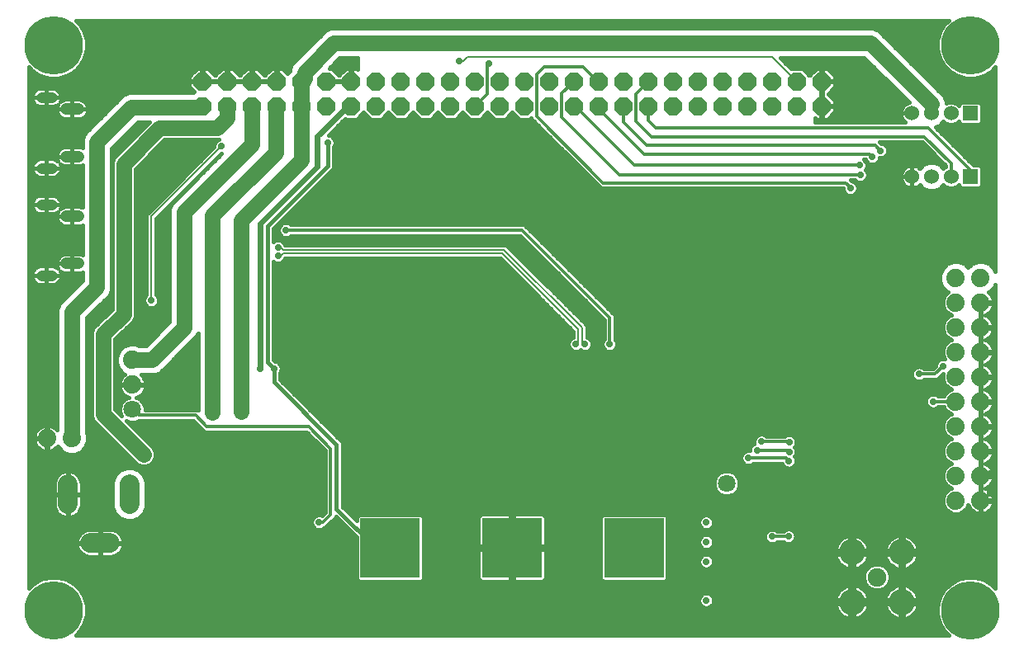
<source format=gbl>
G75*
%MOIN*%
%OFA0B0*%
%FSLAX25Y25*%
%IPPOS*%
%LPD*%
%AMOC8*
5,1,8,0,0,1.08239X$1,22.5*
%
%ADD10C,0.07874*%
%ADD11OC8,0.07400*%
%ADD12C,0.07400*%
%ADD13R,0.06000X0.06000*%
%ADD14C,0.06000*%
%ADD15C,0.07500*%
%ADD16C,0.10500*%
%ADD17R,0.23898X0.23898*%
%ADD18C,0.04762*%
%ADD19C,0.04369*%
%ADD20C,0.02781*%
%ADD21C,0.01575*%
%ADD22C,0.06299*%
%ADD23C,0.02400*%
%ADD24C,0.03937*%
%ADD25C,0.01181*%
%ADD26C,0.00787*%
%ADD27C,0.01200*%
%ADD28C,0.00800*%
%ADD29C,0.23622*%
%ADD30C,0.07087*%
D10*
X0043583Y0077748D02*
X0051457Y0077748D01*
X0059331Y0093496D02*
X0059331Y0101370D01*
X0034528Y0101370D02*
X0034528Y0093496D01*
D11*
X0088850Y0254274D03*
X0098850Y0254274D03*
X0098850Y0264274D03*
X0088850Y0264274D03*
X0108850Y0264274D03*
X0118850Y0264274D03*
X0118850Y0254274D03*
X0108850Y0254274D03*
X0128850Y0254274D03*
X0138850Y0254274D03*
X0138850Y0264274D03*
X0128850Y0264274D03*
X0148850Y0264274D03*
X0158850Y0264274D03*
X0168850Y0264274D03*
X0168850Y0254274D03*
X0158850Y0254274D03*
X0148850Y0254274D03*
X0178850Y0254274D03*
X0188850Y0254274D03*
X0188850Y0264274D03*
X0178850Y0264274D03*
X0198850Y0264274D03*
X0208850Y0264274D03*
X0218850Y0264274D03*
X0218850Y0254274D03*
X0208850Y0254274D03*
X0198850Y0254274D03*
X0228850Y0254274D03*
X0238850Y0254274D03*
X0238850Y0264274D03*
X0228850Y0264274D03*
X0248850Y0264274D03*
X0258850Y0264274D03*
X0258850Y0254274D03*
X0248850Y0254274D03*
X0268850Y0254274D03*
X0278850Y0254274D03*
X0288850Y0254274D03*
X0288850Y0264274D03*
X0278850Y0264274D03*
X0268850Y0264274D03*
X0298850Y0264274D03*
X0308850Y0264274D03*
X0308850Y0254274D03*
X0298850Y0254274D03*
X0318850Y0254274D03*
X0328850Y0254274D03*
X0338850Y0254274D03*
X0338850Y0264274D03*
X0328850Y0264274D03*
X0318850Y0264274D03*
D12*
X0392984Y0184865D03*
X0402984Y0184865D03*
X0402984Y0174865D03*
X0392984Y0174865D03*
X0392984Y0164865D03*
X0402984Y0164865D03*
X0402984Y0154865D03*
X0392984Y0154865D03*
X0392984Y0144865D03*
X0402984Y0144865D03*
X0402984Y0134865D03*
X0392984Y0134865D03*
X0392984Y0124865D03*
X0402984Y0124865D03*
X0402984Y0114865D03*
X0392984Y0114865D03*
X0392984Y0104865D03*
X0402984Y0104865D03*
X0402984Y0094865D03*
X0392984Y0094865D03*
X0060638Y0141696D03*
X0060638Y0151696D03*
X0036154Y0120035D03*
X0026154Y0120035D03*
D13*
X0398890Y0225809D03*
X0398890Y0251400D03*
D14*
X0391016Y0251400D03*
X0383142Y0251400D03*
X0375268Y0251400D03*
X0375268Y0225809D03*
X0383142Y0225809D03*
X0391016Y0225809D03*
D15*
X0361094Y0063998D03*
D16*
X0351056Y0053959D03*
X0371133Y0053959D03*
X0371133Y0074037D03*
X0351056Y0074037D03*
D17*
X0263063Y0075809D03*
X0213850Y0075809D03*
X0164638Y0075809D03*
D18*
X0038672Y0190672D02*
X0033910Y0190672D01*
X0033910Y0209766D02*
X0038672Y0209766D01*
X0038672Y0233979D02*
X0033910Y0233979D01*
X0033910Y0253073D02*
X0038672Y0253073D01*
D19*
X0028043Y0257798D02*
X0023674Y0257798D01*
X0023674Y0229254D02*
X0028043Y0229254D01*
X0028043Y0214491D02*
X0023674Y0214491D01*
X0023674Y0185947D02*
X0028043Y0185947D01*
D20*
X0028811Y0041164D03*
X0022512Y0044313D03*
X0019362Y0050613D03*
X0022512Y0056912D03*
X0028811Y0060061D03*
X0035110Y0056912D03*
X0038260Y0050613D03*
X0035110Y0044313D03*
X0044559Y0042739D03*
X0052433Y0042739D03*
X0061094Y0043132D03*
X0069756Y0043132D03*
X0069756Y0052187D03*
X0061094Y0052187D03*
X0079992Y0042739D03*
X0087866Y0043132D03*
X0096134Y0043132D03*
X0103614Y0042739D03*
X0096134Y0051794D03*
X0087866Y0051794D03*
X0083929Y0074235D03*
X0076055Y0074235D03*
X0076055Y0082109D03*
X0083929Y0082109D03*
X0076055Y0089983D03*
X0099677Y0109668D03*
X0091803Y0113605D03*
X0089441Y0119117D03*
X0092984Y0130534D03*
X0092984Y0133683D03*
X0092984Y0136833D03*
X0092984Y0139983D03*
X0092984Y0143132D03*
X0092984Y0146282D03*
X0085504Y0152975D03*
X0085504Y0156912D03*
X0073693Y0143526D03*
X0069756Y0139589D03*
X0068181Y0133290D03*
X0072906Y0133290D03*
X0068181Y0125416D03*
X0060307Y0118329D03*
X0062669Y0115967D03*
X0065031Y0113605D03*
X0073693Y0115180D03*
X0057945Y0120691D03*
X0055583Y0123054D03*
X0053220Y0125416D03*
X0044559Y0124628D03*
X0053220Y0115967D03*
X0020937Y0113605D03*
X0020937Y0105731D03*
X0020937Y0097857D03*
X0020937Y0089983D03*
X0020937Y0082109D03*
X0020937Y0074235D03*
X0020937Y0066361D03*
X0103614Y0101794D03*
X0111488Y0097857D03*
X0118575Y0093920D03*
X0123299Y0089983D03*
X0131173Y0089983D03*
X0135898Y0093920D03*
X0135898Y0086046D03*
X0136685Y0070298D03*
X0131173Y0070298D03*
X0127236Y0070298D03*
X0123299Y0070298D03*
X0119362Y0070298D03*
X0122118Y0056518D03*
X0117787Y0054156D03*
X0126843Y0054156D03*
X0131567Y0056518D03*
X0135898Y0054550D03*
X0154795Y0058487D03*
X0165031Y0058487D03*
X0174480Y0058487D03*
X0194165Y0058487D03*
X0194165Y0042739D03*
X0186291Y0042739D03*
X0178417Y0042739D03*
X0170543Y0042739D03*
X0162669Y0042739D03*
X0154795Y0042739D03*
X0202039Y0042739D03*
X0209913Y0042739D03*
X0217787Y0042739D03*
X0225661Y0042739D03*
X0233535Y0042739D03*
X0241409Y0042739D03*
X0249283Y0042739D03*
X0257157Y0042739D03*
X0265031Y0042739D03*
X0272906Y0042739D03*
X0292197Y0054550D03*
X0296528Y0042739D03*
X0304402Y0042739D03*
X0312276Y0042739D03*
X0320150Y0042739D03*
X0328024Y0042739D03*
X0335898Y0042739D03*
X0343772Y0042739D03*
X0351646Y0042739D03*
X0359520Y0042739D03*
X0367394Y0042739D03*
X0375268Y0042739D03*
X0383142Y0042739D03*
X0392591Y0044313D03*
X0398890Y0041164D03*
X0405189Y0044313D03*
X0408339Y0050613D03*
X0405189Y0056912D03*
X0398890Y0060061D03*
X0392591Y0056912D03*
X0389441Y0050613D03*
X0406764Y0066361D03*
X0406764Y0074235D03*
X0406764Y0082109D03*
X0406764Y0089983D03*
X0406764Y0097857D03*
X0406764Y0105731D03*
X0383811Y0112109D03*
X0383772Y0124156D03*
X0383811Y0134943D03*
X0381449Y0141991D03*
X0378142Y0146046D03*
X0387748Y0149156D03*
X0383890Y0160967D03*
X0362472Y0149865D03*
X0348496Y0149825D03*
X0348299Y0155613D03*
X0347669Y0164156D03*
X0354165Y0176794D03*
X0340780Y0186164D03*
X0334598Y0178841D03*
X0328181Y0163998D03*
X0326646Y0153880D03*
X0326488Y0142817D03*
X0326567Y0131164D03*
X0325661Y0118526D03*
X0325661Y0114628D03*
X0325543Y0110888D03*
X0326646Y0106597D03*
X0334874Y0101203D03*
X0326724Y0087581D03*
X0325386Y0080376D03*
X0318732Y0080337D03*
X0331961Y0078172D03*
X0312591Y0058920D03*
X0330976Y0058447D03*
X0292197Y0070298D03*
X0292197Y0078172D03*
X0292197Y0086046D03*
X0278417Y0093920D03*
X0272906Y0097857D03*
X0263457Y0097857D03*
X0253220Y0097857D03*
X0233535Y0097857D03*
X0213850Y0097857D03*
X0213850Y0107306D03*
X0213850Y0117542D03*
X0194165Y0117542D03*
X0174480Y0117542D03*
X0154795Y0117542D03*
X0154795Y0097857D03*
X0165031Y0097857D03*
X0174480Y0097857D03*
X0194165Y0097857D03*
X0194165Y0078172D03*
X0213850Y0058487D03*
X0233535Y0058487D03*
X0253220Y0058487D03*
X0264244Y0058487D03*
X0272906Y0058487D03*
X0233535Y0078172D03*
X0233535Y0117542D03*
X0253220Y0117542D03*
X0272906Y0117542D03*
X0272906Y0137227D03*
X0253220Y0137227D03*
X0233535Y0137227D03*
X0213850Y0137227D03*
X0194165Y0137227D03*
X0174480Y0137227D03*
X0154795Y0137227D03*
X0136685Y0133290D03*
X0134323Y0140376D03*
X0128811Y0140376D03*
X0134323Y0149825D03*
X0136685Y0156912D03*
X0131173Y0156912D03*
X0127236Y0160849D03*
X0123299Y0164786D03*
X0119362Y0168723D03*
X0127236Y0168723D03*
X0131173Y0164786D03*
X0136685Y0180534D03*
X0126449Y0189983D03*
X0119362Y0189983D03*
X0119362Y0193704D03*
X0119362Y0197285D03*
X0119362Y0201006D03*
X0122512Y0204156D03*
X0104441Y0179668D03*
X0072118Y0180534D03*
X0072236Y0185928D03*
X0072315Y0191164D03*
X0064126Y0191361D03*
X0064244Y0186282D03*
X0064244Y0180534D03*
X0068181Y0175809D03*
X0068181Y0168723D03*
X0104402Y0146676D03*
X0104402Y0143526D03*
X0104402Y0140376D03*
X0104402Y0137227D03*
X0104402Y0134077D03*
X0104402Y0130928D03*
X0112276Y0148250D03*
X0117787Y0148250D03*
X0154795Y0156912D03*
X0174480Y0156912D03*
X0194165Y0156912D03*
X0213850Y0156912D03*
X0229598Y0168723D03*
X0237472Y0176597D03*
X0253220Y0176597D03*
X0272906Y0176597D03*
X0253220Y0158093D03*
X0246921Y0158093D03*
X0243200Y0158093D03*
X0239619Y0158093D03*
X0235898Y0158093D03*
X0213850Y0176597D03*
X0209913Y0188408D03*
X0217787Y0196282D03*
X0233535Y0196282D03*
X0253220Y0196282D03*
X0272906Y0200219D03*
X0257945Y0216754D03*
X0253220Y0214392D03*
X0248496Y0216754D03*
X0204402Y0217542D03*
X0200465Y0217542D03*
X0198102Y0214392D03*
X0194165Y0200219D03*
X0194165Y0188408D03*
X0194165Y0176597D03*
X0174480Y0176597D03*
X0174480Y0188408D03*
X0174480Y0200219D03*
X0154795Y0200219D03*
X0154795Y0176597D03*
X0079992Y0227778D03*
X0076055Y0235652D03*
X0083929Y0235652D03*
X0091803Y0239589D03*
X0096528Y0238014D03*
X0063693Y0222778D03*
X0058732Y0215967D03*
X0055583Y0215967D03*
X0055583Y0212424D03*
X0058732Y0212424D03*
X0058732Y0208880D03*
X0055583Y0208880D03*
X0063890Y0207935D03*
X0072118Y0208093D03*
X0053181Y0235849D03*
X0061882Y0245101D03*
X0060307Y0267148D03*
X0044559Y0267148D03*
X0035110Y0272660D03*
X0028811Y0269510D03*
X0022512Y0272660D03*
X0019362Y0278959D03*
X0022512Y0285258D03*
X0028811Y0288408D03*
X0035110Y0285258D03*
X0038260Y0278959D03*
X0044559Y0286833D03*
X0052433Y0286833D03*
X0060307Y0286833D03*
X0068181Y0286833D03*
X0076055Y0286833D03*
X0083929Y0286833D03*
X0091803Y0286833D03*
X0099677Y0286833D03*
X0107551Y0286833D03*
X0115425Y0286833D03*
X0123299Y0286833D03*
X0131173Y0286833D03*
X0139047Y0286833D03*
X0146921Y0286833D03*
X0154795Y0286833D03*
X0162669Y0286833D03*
X0170543Y0286833D03*
X0178417Y0286833D03*
X0186291Y0286833D03*
X0194165Y0286833D03*
X0202039Y0286833D03*
X0209913Y0286833D03*
X0217787Y0286833D03*
X0225661Y0286833D03*
X0233535Y0286833D03*
X0241409Y0286833D03*
X0249283Y0286833D03*
X0257157Y0286833D03*
X0265031Y0286833D03*
X0272906Y0286833D03*
X0280780Y0286833D03*
X0288654Y0286833D03*
X0296528Y0286833D03*
X0304402Y0286833D03*
X0312276Y0286833D03*
X0320150Y0286833D03*
X0328024Y0286833D03*
X0335898Y0286833D03*
X0343772Y0286833D03*
X0351646Y0286833D03*
X0359520Y0286833D03*
X0367394Y0286833D03*
X0375268Y0286833D03*
X0383142Y0286833D03*
X0392591Y0285258D03*
X0398890Y0288408D03*
X0405189Y0285258D03*
X0408339Y0278959D03*
X0405189Y0272660D03*
X0398890Y0269510D03*
X0392591Y0272660D03*
X0389441Y0278959D03*
X0375268Y0275022D03*
X0351646Y0259274D03*
X0351646Y0251400D03*
X0357787Y0251400D03*
X0362591Y0236321D03*
X0359244Y0233841D03*
X0354087Y0230337D03*
X0354362Y0226400D03*
X0350386Y0221046D03*
X0339756Y0212424D03*
X0354008Y0191282D03*
X0375110Y0199235D03*
X0390622Y0194865D03*
X0405937Y0194235D03*
X0406764Y0215967D03*
X0406764Y0223841D03*
X0406764Y0231715D03*
X0406764Y0239589D03*
X0406764Y0247463D03*
X0406764Y0255337D03*
X0406764Y0263211D03*
X0367394Y0235652D03*
X0374717Y0217817D03*
X0390346Y0216203D03*
X0377236Y0178369D03*
X0348496Y0140376D03*
X0366370Y0133802D03*
X0366291Y0123880D03*
X0366528Y0112306D03*
X0354008Y0112227D03*
X0352157Y0101243D03*
X0366134Y0088959D03*
X0387709Y0075298D03*
X0314520Y0118723D03*
X0312787Y0115219D03*
X0309244Y0112109D03*
X0277630Y0156912D03*
X0272906Y0156912D03*
X0161882Y0241164D03*
X0164244Y0247463D03*
X0148496Y0247463D03*
X0148496Y0238802D03*
X0139441Y0239589D03*
X0192591Y0272660D03*
X0204402Y0271479D03*
X0076055Y0267148D03*
X0020937Y0149038D03*
X0020937Y0141164D03*
D21*
X0018772Y0141067D02*
X0030217Y0141067D01*
X0030217Y0139494D02*
X0018772Y0139494D01*
X0018772Y0137920D02*
X0030217Y0137920D01*
X0030217Y0136347D02*
X0018772Y0136347D01*
X0018772Y0134774D02*
X0030217Y0134774D01*
X0030217Y0133200D02*
X0018772Y0133200D01*
X0018772Y0131627D02*
X0030217Y0131627D01*
X0030217Y0130054D02*
X0018772Y0130054D01*
X0018772Y0128480D02*
X0030217Y0128480D01*
X0030217Y0126907D02*
X0018772Y0126907D01*
X0018772Y0125334D02*
X0030217Y0125334D01*
X0029599Y0124068D02*
X0028926Y0124557D01*
X0028184Y0124935D01*
X0027392Y0125192D01*
X0026570Y0125322D01*
X0026367Y0125322D01*
X0026367Y0120247D01*
X0025942Y0120247D01*
X0025942Y0119822D01*
X0026367Y0119822D01*
X0026367Y0114747D01*
X0026570Y0114747D01*
X0027392Y0114877D01*
X0028184Y0115135D01*
X0028926Y0115512D01*
X0029599Y0116002D01*
X0030187Y0116590D01*
X0030424Y0116916D01*
X0030655Y0116360D01*
X0032480Y0114535D01*
X0034864Y0113547D01*
X0037445Y0113547D01*
X0039829Y0114535D01*
X0041654Y0116360D01*
X0042642Y0118744D01*
X0042642Y0121325D01*
X0042091Y0122654D01*
X0042091Y0168686D01*
X0051324Y0177919D01*
X0052228Y0180101D01*
X0052228Y0237287D01*
X0062766Y0247825D01*
X0067356Y0247825D01*
X0054474Y0234943D01*
X0053142Y0233611D01*
X0052420Y0231870D01*
X0052420Y0172260D01*
X0046206Y0166046D01*
X0044874Y0164713D01*
X0044153Y0162972D01*
X0044153Y0128804D01*
X0044874Y0127063D01*
X0046206Y0125731D01*
X0050537Y0121400D01*
X0050537Y0121400D01*
X0062348Y0109589D01*
X0064089Y0108868D01*
X0065974Y0108868D01*
X0067715Y0109589D01*
X0069047Y0110921D01*
X0069768Y0112662D01*
X0069768Y0114547D01*
X0069047Y0116288D01*
X0058115Y0127220D01*
X0059620Y0126597D01*
X0061656Y0126597D01*
X0063051Y0127175D01*
X0085145Y0127175D01*
X0088429Y0123892D01*
X0089704Y0122616D01*
X0130893Y0122616D01*
X0138444Y0115065D01*
X0138444Y0090097D01*
X0137103Y0088756D01*
X0136487Y0089011D01*
X0135308Y0089011D01*
X0134218Y0088560D01*
X0133384Y0087725D01*
X0132932Y0086636D01*
X0132932Y0085456D01*
X0133384Y0084366D01*
X0134218Y0083532D01*
X0135308Y0083080D01*
X0136487Y0083080D01*
X0137577Y0083532D01*
X0137913Y0083868D01*
X0138375Y0083868D01*
X0139650Y0085144D01*
X0142800Y0088293D01*
X0142800Y0088383D01*
X0151114Y0080069D01*
X0151114Y0063208D01*
X0152037Y0062286D01*
X0177239Y0062286D01*
X0178161Y0063208D01*
X0178161Y0088411D01*
X0177239Y0089333D01*
X0152037Y0089333D01*
X0151114Y0088411D01*
X0151114Y0086786D01*
X0145359Y0092541D01*
X0145359Y0118525D01*
X0120162Y0143722D01*
X0120162Y0146432D01*
X0120301Y0146571D01*
X0120753Y0147661D01*
X0120753Y0148840D01*
X0120301Y0149930D01*
X0119467Y0150764D01*
X0118377Y0151216D01*
X0118181Y0151216D01*
X0117438Y0151958D01*
X0117438Y0191417D01*
X0117675Y0191179D01*
X0118770Y0190726D01*
X0119955Y0190726D01*
X0121049Y0191179D01*
X0121887Y0192017D01*
X0122173Y0192707D01*
X0209152Y0192707D01*
X0238622Y0163238D01*
X0238622Y0160903D01*
X0237932Y0160617D01*
X0237094Y0159780D01*
X0236641Y0158685D01*
X0236641Y0157501D01*
X0237094Y0156406D01*
X0237932Y0155568D01*
X0239027Y0155115D01*
X0240211Y0155115D01*
X0241306Y0155568D01*
X0241409Y0155672D01*
X0241513Y0155568D01*
X0242608Y0155115D01*
X0243792Y0155115D01*
X0244887Y0155568D01*
X0245725Y0156406D01*
X0246178Y0157501D01*
X0246178Y0158685D01*
X0245725Y0159780D01*
X0244887Y0160617D01*
X0244197Y0160903D01*
X0244197Y0165547D01*
X0243033Y0166711D01*
X0211462Y0198282D01*
X0209815Y0198282D01*
X0122173Y0198282D01*
X0121887Y0198972D01*
X0121049Y0199810D01*
X0119955Y0200263D01*
X0118770Y0200263D01*
X0117675Y0199810D01*
X0117438Y0199572D01*
X0117438Y0204774D01*
X0140425Y0227760D01*
X0141816Y0229151D01*
X0141816Y0237770D01*
X0141955Y0237909D01*
X0142406Y0238999D01*
X0142406Y0240179D01*
X0141955Y0241269D01*
X0141121Y0242103D01*
X0140031Y0242554D01*
X0139655Y0242554D01*
X0146383Y0249282D01*
X0146666Y0248999D01*
X0151035Y0248999D01*
X0153850Y0251814D01*
X0156666Y0248999D01*
X0161035Y0248999D01*
X0163850Y0251814D01*
X0166666Y0248999D01*
X0171035Y0248999D01*
X0173850Y0251814D01*
X0176666Y0248999D01*
X0181035Y0248999D01*
X0183850Y0251814D01*
X0186666Y0248999D01*
X0191035Y0248999D01*
X0193850Y0251814D01*
X0196666Y0248999D01*
X0201035Y0248999D01*
X0203850Y0251814D01*
X0206666Y0248999D01*
X0211035Y0248999D01*
X0213850Y0251814D01*
X0216666Y0248999D01*
X0221035Y0248999D01*
X0221515Y0249479D01*
X0221515Y0249317D01*
X0249720Y0221112D01*
X0347420Y0221112D01*
X0347420Y0220456D01*
X0347872Y0219366D01*
X0348706Y0218532D01*
X0349796Y0218080D01*
X0350976Y0218080D01*
X0352066Y0218532D01*
X0352900Y0219366D01*
X0353351Y0220456D01*
X0353351Y0221636D01*
X0352900Y0222725D01*
X0352066Y0223560D01*
X0350976Y0224011D01*
X0350894Y0224011D01*
X0350713Y0224192D01*
X0350486Y0224419D01*
X0352150Y0224419D01*
X0352682Y0223886D01*
X0353772Y0223435D01*
X0354952Y0223435D01*
X0356042Y0223886D01*
X0356876Y0224720D01*
X0357328Y0225810D01*
X0357328Y0226990D01*
X0356876Y0228080D01*
X0356450Y0228506D01*
X0356601Y0228657D01*
X0357052Y0229747D01*
X0357052Y0230927D01*
X0356601Y0232017D01*
X0355931Y0232687D01*
X0356513Y0232687D01*
X0356730Y0232161D01*
X0357564Y0231327D01*
X0358654Y0230876D01*
X0359834Y0230876D01*
X0360924Y0231327D01*
X0361758Y0232161D01*
X0362209Y0233251D01*
X0362209Y0233356D01*
X0363180Y0233356D01*
X0364270Y0233807D01*
X0365104Y0234642D01*
X0365556Y0235731D01*
X0365556Y0236911D01*
X0365104Y0238001D01*
X0364270Y0238835D01*
X0363180Y0239287D01*
X0362705Y0239287D01*
X0362682Y0239310D01*
X0362219Y0239773D01*
X0379326Y0239773D01*
X0388838Y0230262D01*
X0388838Y0229859D01*
X0388424Y0229688D01*
X0387936Y0229200D01*
X0386420Y0230716D01*
X0384293Y0231597D01*
X0381991Y0231597D01*
X0379863Y0230716D01*
X0378356Y0229209D01*
X0378256Y0229309D01*
X0377672Y0229733D01*
X0377029Y0230061D01*
X0376342Y0230284D01*
X0375629Y0230397D01*
X0375268Y0230397D01*
X0375268Y0225810D01*
X0375268Y0225810D01*
X0375268Y0230397D01*
X0374907Y0230397D01*
X0374193Y0230284D01*
X0373507Y0230061D01*
X0372863Y0229733D01*
X0372279Y0229309D01*
X0371769Y0228798D01*
X0371344Y0228214D01*
X0371016Y0227570D01*
X0370793Y0226884D01*
X0370680Y0226170D01*
X0370680Y0225809D01*
X0370680Y0225448D01*
X0370793Y0224735D01*
X0371016Y0224048D01*
X0371344Y0223405D01*
X0371769Y0222821D01*
X0372279Y0222310D01*
X0372863Y0221886D01*
X0373507Y0221558D01*
X0374193Y0221335D01*
X0374907Y0221222D01*
X0375268Y0221222D01*
X0375629Y0221222D01*
X0376342Y0221335D01*
X0377029Y0221558D01*
X0377672Y0221886D01*
X0378256Y0222310D01*
X0378356Y0222410D01*
X0379863Y0220903D01*
X0381991Y0220022D01*
X0384293Y0220022D01*
X0386420Y0220903D01*
X0387936Y0222419D01*
X0388424Y0221931D01*
X0390106Y0221235D01*
X0391926Y0221235D01*
X0393607Y0221931D01*
X0394315Y0222639D01*
X0394315Y0222157D01*
X0395237Y0221235D01*
X0402542Y0221235D01*
X0403465Y0222157D01*
X0403465Y0229462D01*
X0402542Y0230384D01*
X0400151Y0230384D01*
X0384738Y0245797D01*
X0386420Y0246494D01*
X0387936Y0248010D01*
X0388424Y0247522D01*
X0390106Y0246825D01*
X0391926Y0246825D01*
X0393607Y0247522D01*
X0394315Y0248229D01*
X0394315Y0247748D01*
X0395237Y0246825D01*
X0402542Y0246825D01*
X0403465Y0247748D01*
X0403465Y0255052D01*
X0402542Y0255975D01*
X0395237Y0255975D01*
X0394315Y0255052D01*
X0394315Y0254571D01*
X0393607Y0255278D01*
X0391926Y0255975D01*
X0390106Y0255975D01*
X0389079Y0255549D01*
X0389079Y0256232D01*
X0388175Y0258414D01*
X0361810Y0284780D01*
X0359627Y0285683D01*
X0140627Y0285683D01*
X0138445Y0284780D01*
X0136774Y0283109D01*
X0124968Y0271303D01*
X0124064Y0269121D01*
X0124064Y0268662D01*
X0123002Y0267600D01*
X0121041Y0269561D01*
X0119063Y0269561D01*
X0119063Y0264487D01*
X0118638Y0264487D01*
X0118638Y0269561D01*
X0116660Y0269561D01*
X0113850Y0266752D01*
X0111041Y0269561D01*
X0109063Y0269561D01*
X0109063Y0264487D01*
X0108638Y0264487D01*
X0108638Y0269561D01*
X0106660Y0269561D01*
X0103850Y0266752D01*
X0101041Y0269561D01*
X0099063Y0269561D01*
X0099063Y0264487D01*
X0098638Y0264487D01*
X0098638Y0269561D01*
X0096660Y0269561D01*
X0093850Y0266752D01*
X0091041Y0269561D01*
X0089063Y0269561D01*
X0089063Y0264487D01*
X0088638Y0264487D01*
X0088638Y0269561D01*
X0086660Y0269561D01*
X0083563Y0266464D01*
X0083563Y0264487D01*
X0088638Y0264487D01*
X0088638Y0264061D01*
X0083563Y0264061D01*
X0083563Y0262084D01*
X0085524Y0260123D01*
X0085101Y0259699D01*
X0059126Y0259699D01*
X0056944Y0258795D01*
X0055274Y0257125D01*
X0041258Y0243109D01*
X0040354Y0240927D01*
X0040354Y0237578D01*
X0039830Y0237795D01*
X0039063Y0237947D01*
X0036291Y0237947D01*
X0033519Y0237947D01*
X0032753Y0237795D01*
X0032030Y0237496D01*
X0031380Y0237061D01*
X0030828Y0236509D01*
X0030393Y0235859D01*
X0030094Y0235136D01*
X0029942Y0234370D01*
X0029942Y0233979D01*
X0036291Y0233979D01*
X0036291Y0233979D01*
X0036291Y0237947D01*
X0036291Y0233979D01*
X0036291Y0233979D01*
X0029942Y0233979D01*
X0029942Y0233588D01*
X0030094Y0232821D01*
X0030324Y0232266D01*
X0029829Y0232597D01*
X0029143Y0232881D01*
X0028414Y0233026D01*
X0025858Y0233026D01*
X0023303Y0233026D01*
X0022574Y0232881D01*
X0021887Y0232597D01*
X0021270Y0232184D01*
X0020744Y0231659D01*
X0020332Y0231041D01*
X0020047Y0230354D01*
X0019902Y0229626D01*
X0019902Y0229254D01*
X0019902Y0228883D01*
X0020047Y0228154D01*
X0020332Y0227468D01*
X0020744Y0226850D01*
X0021270Y0226325D01*
X0021887Y0225912D01*
X0022574Y0225628D01*
X0023303Y0225483D01*
X0025858Y0225483D01*
X0025858Y0229254D01*
X0025858Y0229254D01*
X0019902Y0229254D01*
X0025858Y0229254D01*
X0025858Y0229254D01*
X0025858Y0225483D01*
X0028414Y0225483D01*
X0029143Y0225628D01*
X0029829Y0225912D01*
X0030447Y0226325D01*
X0030972Y0226850D01*
X0031385Y0227468D01*
X0031669Y0228154D01*
X0031814Y0228883D01*
X0031814Y0229254D01*
X0025858Y0229254D01*
X0025858Y0229254D01*
X0025858Y0233026D01*
X0025858Y0229254D01*
X0025858Y0229254D01*
X0031814Y0229254D01*
X0031814Y0229626D01*
X0031669Y0230354D01*
X0031469Y0230837D01*
X0032030Y0230462D01*
X0032753Y0230163D01*
X0033519Y0230010D01*
X0036291Y0230010D01*
X0036291Y0233979D01*
X0036291Y0233979D01*
X0036291Y0230010D01*
X0039063Y0230010D01*
X0039830Y0230163D01*
X0040354Y0230380D01*
X0040354Y0213365D01*
X0039830Y0213582D01*
X0039063Y0213735D01*
X0036291Y0213735D01*
X0033519Y0213735D01*
X0032753Y0213582D01*
X0032030Y0213283D01*
X0031469Y0212908D01*
X0031669Y0213390D01*
X0031814Y0214119D01*
X0031814Y0214490D01*
X0025858Y0214490D01*
X0025858Y0214490D01*
X0025858Y0210719D01*
X0023303Y0210719D01*
X0022574Y0210864D01*
X0021887Y0211148D01*
X0021270Y0211561D01*
X0020744Y0212086D01*
X0020332Y0212704D01*
X0020047Y0213390D01*
X0019902Y0214119D01*
X0019902Y0214490D01*
X0025858Y0214490D01*
X0025858Y0214491D01*
X0025858Y0218262D01*
X0023303Y0218262D01*
X0022574Y0218117D01*
X0021887Y0217833D01*
X0021270Y0217420D01*
X0020744Y0216895D01*
X0020332Y0216277D01*
X0020047Y0215591D01*
X0019902Y0214862D01*
X0019902Y0214491D01*
X0025858Y0214491D01*
X0025858Y0214491D01*
X0025858Y0218262D01*
X0028414Y0218262D01*
X0029143Y0218117D01*
X0029829Y0217833D01*
X0030447Y0217420D01*
X0030972Y0216895D01*
X0031385Y0216277D01*
X0031669Y0215591D01*
X0031814Y0214862D01*
X0031814Y0214491D01*
X0025858Y0214491D01*
X0025858Y0214490D01*
X0025858Y0210719D01*
X0028414Y0210719D01*
X0029143Y0210864D01*
X0029829Y0211148D01*
X0030324Y0211479D01*
X0030094Y0210924D01*
X0029942Y0210157D01*
X0029942Y0209766D01*
X0029942Y0209375D01*
X0030094Y0208609D01*
X0030393Y0207886D01*
X0030828Y0207236D01*
X0031380Y0206684D01*
X0032030Y0206249D01*
X0032753Y0205950D01*
X0033519Y0205798D01*
X0036291Y0205798D01*
X0036291Y0209766D01*
X0029942Y0209766D01*
X0036291Y0209766D01*
X0036291Y0209766D01*
X0036291Y0209766D01*
X0036291Y0213735D01*
X0036291Y0209766D01*
X0036291Y0209766D01*
X0036291Y0205798D01*
X0039063Y0205798D01*
X0039830Y0205950D01*
X0040354Y0206167D01*
X0040354Y0194270D01*
X0039830Y0194488D01*
X0039063Y0194640D01*
X0036291Y0194640D01*
X0033519Y0194640D01*
X0032753Y0194488D01*
X0032030Y0194188D01*
X0031380Y0193754D01*
X0030828Y0193201D01*
X0030393Y0192551D01*
X0030094Y0191829D01*
X0029942Y0191063D01*
X0029942Y0190672D01*
X0036291Y0190672D01*
X0036291Y0194640D01*
X0036291Y0190672D01*
X0036291Y0190672D01*
X0036291Y0190672D01*
X0029942Y0190672D01*
X0029942Y0190281D01*
X0030094Y0189514D01*
X0030324Y0188959D01*
X0029829Y0189290D01*
X0029143Y0189574D01*
X0028414Y0189719D01*
X0025858Y0189719D01*
X0023303Y0189719D01*
X0022574Y0189574D01*
X0021887Y0189290D01*
X0021270Y0188877D01*
X0020744Y0188352D01*
X0020332Y0187734D01*
X0020047Y0187047D01*
X0019902Y0186319D01*
X0019902Y0185947D01*
X0019902Y0185576D01*
X0020047Y0184847D01*
X0020332Y0184161D01*
X0020744Y0183543D01*
X0021270Y0183018D01*
X0021887Y0182605D01*
X0022574Y0182321D01*
X0023303Y0182176D01*
X0025858Y0182176D01*
X0025858Y0185947D01*
X0019902Y0185947D01*
X0025858Y0185947D01*
X0025858Y0185947D01*
X0025858Y0185947D01*
X0025858Y0182176D01*
X0028414Y0182176D01*
X0029143Y0182321D01*
X0029829Y0182605D01*
X0030447Y0183018D01*
X0030972Y0183543D01*
X0031385Y0184161D01*
X0031669Y0184847D01*
X0031814Y0185576D01*
X0031814Y0185947D01*
X0025858Y0185947D01*
X0025858Y0185947D01*
X0025858Y0189719D01*
X0025858Y0185947D01*
X0025858Y0185947D01*
X0031814Y0185947D01*
X0031814Y0186319D01*
X0031669Y0187047D01*
X0031469Y0187530D01*
X0032030Y0187155D01*
X0032753Y0186856D01*
X0033519Y0186703D01*
X0036291Y0186703D01*
X0036291Y0190672D01*
X0036291Y0190672D01*
X0036291Y0186703D01*
X0039063Y0186703D01*
X0039830Y0186856D01*
X0040354Y0187073D01*
X0040354Y0183741D01*
X0031121Y0174508D01*
X0030217Y0172326D01*
X0030217Y0123438D01*
X0030187Y0123479D01*
X0029599Y0124068D01*
X0029906Y0123761D02*
X0030217Y0123761D01*
X0026367Y0123761D02*
X0025942Y0123761D01*
X0025942Y0125322D02*
X0025942Y0120247D01*
X0020867Y0120247D01*
X0020867Y0120451D01*
X0020997Y0121273D01*
X0021254Y0122064D01*
X0021632Y0122806D01*
X0022121Y0123479D01*
X0022710Y0124068D01*
X0023383Y0124557D01*
X0024125Y0124935D01*
X0024916Y0125192D01*
X0025738Y0125322D01*
X0025942Y0125322D01*
X0025942Y0122187D02*
X0026367Y0122187D01*
X0026367Y0120614D02*
X0025942Y0120614D01*
X0025942Y0119822D02*
X0020867Y0119822D01*
X0020867Y0119619D01*
X0020997Y0118797D01*
X0021254Y0118005D01*
X0021632Y0117263D01*
X0022121Y0116590D01*
X0022710Y0116002D01*
X0023383Y0115512D01*
X0024125Y0115135D01*
X0024916Y0114877D01*
X0025738Y0114747D01*
X0025942Y0114747D01*
X0025942Y0119822D01*
X0025942Y0119041D02*
X0026367Y0119041D01*
X0026367Y0117467D02*
X0025942Y0117467D01*
X0025942Y0115894D02*
X0026367Y0115894D01*
X0029451Y0115894D02*
X0031120Y0115894D01*
X0032997Y0114321D02*
X0018772Y0114321D01*
X0018772Y0115894D02*
X0022858Y0115894D01*
X0021528Y0117467D02*
X0018772Y0117467D01*
X0018772Y0119041D02*
X0020958Y0119041D01*
X0020893Y0120614D02*
X0018772Y0120614D01*
X0018772Y0122187D02*
X0021317Y0122187D01*
X0022403Y0123761D02*
X0018772Y0123761D01*
X0018772Y0112747D02*
X0059190Y0112747D01*
X0060763Y0111174D02*
X0018772Y0111174D01*
X0018772Y0109601D02*
X0062336Y0109601D01*
X0060830Y0108027D02*
X0138444Y0108027D01*
X0138444Y0106454D02*
X0063756Y0106454D01*
X0063140Y0107071D02*
X0060668Y0108094D01*
X0057993Y0108094D01*
X0055522Y0107071D01*
X0053630Y0105179D01*
X0052606Y0102708D01*
X0052606Y0092158D01*
X0053630Y0089687D01*
X0055522Y0087795D01*
X0057993Y0086772D01*
X0060668Y0086772D01*
X0063140Y0087795D01*
X0065031Y0089687D01*
X0066055Y0092158D01*
X0066055Y0102708D01*
X0065031Y0105179D01*
X0063140Y0107071D01*
X0065155Y0104881D02*
X0138444Y0104881D01*
X0138444Y0103307D02*
X0065807Y0103307D01*
X0066055Y0101734D02*
X0138444Y0101734D01*
X0138444Y0100161D02*
X0066055Y0100161D01*
X0066055Y0098588D02*
X0138444Y0098588D01*
X0138444Y0097014D02*
X0066055Y0097014D01*
X0066055Y0095441D02*
X0138444Y0095441D01*
X0138444Y0093868D02*
X0066055Y0093868D01*
X0066055Y0092294D02*
X0138444Y0092294D01*
X0138444Y0090721D02*
X0065460Y0090721D01*
X0064492Y0089148D02*
X0137494Y0089148D01*
X0140508Y0086001D02*
X0145182Y0086001D01*
X0143609Y0087574D02*
X0142081Y0087574D01*
X0142984Y0091557D02*
X0142984Y0117542D01*
X0117787Y0142739D01*
X0117787Y0148250D01*
X0115063Y0150975D01*
X0115063Y0205757D01*
X0139441Y0230135D01*
X0139441Y0239589D01*
X0141464Y0241759D02*
X0229073Y0241759D01*
X0230646Y0240186D02*
X0142403Y0240186D01*
X0142246Y0238613D02*
X0232219Y0238613D01*
X0233793Y0237039D02*
X0141816Y0237039D01*
X0141816Y0235466D02*
X0235366Y0235466D01*
X0236939Y0233893D02*
X0141816Y0233893D01*
X0141816Y0232319D02*
X0238512Y0232319D01*
X0240086Y0230746D02*
X0141816Y0230746D01*
X0141816Y0229173D02*
X0241659Y0229173D01*
X0243232Y0227599D02*
X0140264Y0227599D01*
X0138690Y0226026D02*
X0244806Y0226026D01*
X0246379Y0224453D02*
X0137117Y0224453D01*
X0135544Y0222879D02*
X0247952Y0222879D01*
X0249526Y0221306D02*
X0133970Y0221306D01*
X0132397Y0219733D02*
X0347720Y0219733D01*
X0349605Y0218159D02*
X0130824Y0218159D01*
X0129250Y0216586D02*
X0408929Y0216586D01*
X0408929Y0215013D02*
X0127677Y0215013D01*
X0126104Y0213439D02*
X0408929Y0213439D01*
X0408929Y0211866D02*
X0124530Y0211866D01*
X0122957Y0210293D02*
X0408929Y0210293D01*
X0408929Y0208720D02*
X0121384Y0208720D01*
X0121922Y0207121D02*
X0120832Y0206670D01*
X0119998Y0205836D01*
X0119546Y0204746D01*
X0119546Y0203566D01*
X0119998Y0202476D01*
X0120832Y0201642D01*
X0121922Y0201191D01*
X0123102Y0201191D01*
X0124192Y0201642D01*
X0124527Y0201978D01*
X0206636Y0201978D01*
X0206645Y0201969D01*
X0214756Y0201969D01*
X0214766Y0201978D01*
X0217037Y0201978D01*
X0251033Y0167982D01*
X0251033Y0160099D01*
X0250707Y0159773D01*
X0250255Y0158683D01*
X0250255Y0157503D01*
X0250707Y0156413D01*
X0251541Y0155579D01*
X0252631Y0155128D01*
X0253810Y0155128D01*
X0254900Y0155579D01*
X0255734Y0156413D01*
X0256186Y0157503D01*
X0256186Y0158683D01*
X0255734Y0159773D01*
X0255408Y0160099D01*
X0255408Y0169781D01*
X0254127Y0171062D01*
X0254113Y0171062D01*
X0218842Y0206334D01*
X0214766Y0206334D01*
X0214756Y0206343D01*
X0206645Y0206343D01*
X0206636Y0206334D01*
X0124527Y0206334D01*
X0124192Y0206670D01*
X0123102Y0207121D01*
X0121922Y0207121D01*
X0119810Y0207146D02*
X0408929Y0207146D01*
X0408929Y0205573D02*
X0219603Y0205573D01*
X0221176Y0204000D02*
X0408929Y0204000D01*
X0408929Y0202426D02*
X0222749Y0202426D01*
X0224323Y0200853D02*
X0408929Y0200853D01*
X0408929Y0199280D02*
X0225896Y0199280D01*
X0227469Y0197706D02*
X0408929Y0197706D01*
X0408929Y0196133D02*
X0229042Y0196133D01*
X0230616Y0194560D02*
X0408929Y0194560D01*
X0408929Y0192986D02*
X0232189Y0192986D01*
X0233762Y0191413D02*
X0408929Y0191413D01*
X0408929Y0189840D02*
X0407184Y0189840D01*
X0406659Y0190364D02*
X0404275Y0191352D01*
X0401694Y0191352D01*
X0399309Y0190364D01*
X0397984Y0189039D01*
X0396659Y0190364D01*
X0394275Y0191352D01*
X0391694Y0191352D01*
X0389309Y0190364D01*
X0387484Y0188539D01*
X0386497Y0186155D01*
X0386497Y0183574D01*
X0387484Y0181190D01*
X0389309Y0179365D01*
X0389815Y0179155D01*
X0388512Y0177852D01*
X0387709Y0175914D01*
X0387709Y0173815D01*
X0388512Y0171877D01*
X0389996Y0170393D01*
X0391272Y0169865D01*
X0389996Y0169336D01*
X0388512Y0167852D01*
X0387709Y0165914D01*
X0387709Y0163815D01*
X0388512Y0161877D01*
X0389996Y0160393D01*
X0391272Y0159865D01*
X0389996Y0159336D01*
X0388512Y0157852D01*
X0387709Y0155914D01*
X0387709Y0153815D01*
X0388426Y0152085D01*
X0388338Y0152121D01*
X0387158Y0152121D01*
X0386068Y0151670D01*
X0385234Y0150836D01*
X0384783Y0149746D01*
X0384783Y0149271D01*
X0383736Y0148224D01*
X0380157Y0148224D01*
X0379821Y0148560D01*
X0378732Y0149011D01*
X0377552Y0149011D01*
X0376462Y0148560D01*
X0375628Y0147725D01*
X0375176Y0146636D01*
X0375176Y0145456D01*
X0375628Y0144366D01*
X0376462Y0143532D01*
X0377552Y0143080D01*
X0378732Y0143080D01*
X0379821Y0143532D01*
X0380157Y0143868D01*
X0385540Y0143868D01*
X0386816Y0145144D01*
X0387797Y0146125D01*
X0387709Y0145914D01*
X0387709Y0143815D01*
X0388512Y0141877D01*
X0389996Y0140393D01*
X0391272Y0139865D01*
X0389996Y0139336D01*
X0388512Y0137852D01*
X0388210Y0137121D01*
X0385827Y0137121D01*
X0385491Y0137457D01*
X0384401Y0137909D01*
X0383221Y0137909D01*
X0382131Y0137457D01*
X0381297Y0136623D01*
X0380846Y0135533D01*
X0380846Y0134353D01*
X0381297Y0133264D01*
X0382131Y0132429D01*
X0383221Y0131978D01*
X0384401Y0131978D01*
X0385491Y0132429D01*
X0385827Y0132765D01*
X0388144Y0132765D01*
X0388512Y0131877D01*
X0389996Y0130393D01*
X0391272Y0129865D01*
X0389996Y0129336D01*
X0388512Y0127852D01*
X0387709Y0125914D01*
X0387709Y0123815D01*
X0388512Y0121877D01*
X0389996Y0120393D01*
X0391272Y0119865D01*
X0389996Y0119336D01*
X0388512Y0117852D01*
X0387709Y0115914D01*
X0387709Y0113815D01*
X0388512Y0111877D01*
X0389996Y0110393D01*
X0391272Y0109865D01*
X0389996Y0109336D01*
X0388512Y0107852D01*
X0387709Y0105914D01*
X0387709Y0103815D01*
X0388512Y0101877D01*
X0389996Y0100393D01*
X0391272Y0099865D01*
X0389996Y0099336D01*
X0388512Y0097852D01*
X0387709Y0095914D01*
X0387709Y0093815D01*
X0388512Y0091877D01*
X0389996Y0090393D01*
X0391935Y0089590D01*
X0394033Y0089590D01*
X0395972Y0090393D01*
X0397456Y0091877D01*
X0397983Y0093148D01*
X0398084Y0092835D01*
X0398462Y0092093D01*
X0398951Y0091420D01*
X0399540Y0090832D01*
X0400213Y0090342D01*
X0400955Y0089965D01*
X0401746Y0089707D01*
X0402568Y0089577D01*
X0402772Y0089577D01*
X0402772Y0094652D01*
X0403197Y0094652D01*
X0403197Y0095077D01*
X0408272Y0095077D01*
X0408272Y0095281D01*
X0408141Y0096103D01*
X0407884Y0096894D01*
X0407506Y0097636D01*
X0407017Y0098309D01*
X0406429Y0098898D01*
X0405755Y0099387D01*
X0405014Y0099765D01*
X0404706Y0099865D01*
X0405014Y0099965D01*
X0405755Y0100342D01*
X0406429Y0100832D01*
X0407017Y0101420D01*
X0407506Y0102093D01*
X0407884Y0102835D01*
X0408141Y0103626D01*
X0408272Y0104448D01*
X0408272Y0104652D01*
X0403197Y0104652D01*
X0403197Y0105077D01*
X0408272Y0105077D01*
X0408272Y0105281D01*
X0408141Y0106103D01*
X0407884Y0106894D01*
X0407506Y0107636D01*
X0407017Y0108309D01*
X0406429Y0108898D01*
X0405755Y0109387D01*
X0405014Y0109765D01*
X0404706Y0109865D01*
X0405014Y0109965D01*
X0405755Y0110342D01*
X0406429Y0110832D01*
X0407017Y0111420D01*
X0407506Y0112093D01*
X0407884Y0112835D01*
X0408141Y0113626D01*
X0408272Y0114448D01*
X0408272Y0114652D01*
X0403197Y0114652D01*
X0403197Y0115077D01*
X0408272Y0115077D01*
X0408272Y0115281D01*
X0408141Y0116103D01*
X0407884Y0116894D01*
X0407506Y0117636D01*
X0407017Y0118309D01*
X0406429Y0118898D01*
X0405755Y0119387D01*
X0405014Y0119765D01*
X0404706Y0119865D01*
X0405014Y0119965D01*
X0405755Y0120342D01*
X0406429Y0120832D01*
X0407017Y0121420D01*
X0407506Y0122093D01*
X0407884Y0122835D01*
X0408141Y0123626D01*
X0408272Y0124448D01*
X0408272Y0124652D01*
X0403197Y0124652D01*
X0403197Y0125077D01*
X0408272Y0125077D01*
X0408272Y0125281D01*
X0408141Y0126103D01*
X0407884Y0126894D01*
X0407506Y0127636D01*
X0407017Y0128309D01*
X0406429Y0128898D01*
X0405755Y0129387D01*
X0405014Y0129765D01*
X0404706Y0129865D01*
X0405014Y0129965D01*
X0405755Y0130342D01*
X0406429Y0130832D01*
X0407017Y0131420D01*
X0407506Y0132093D01*
X0407884Y0132835D01*
X0408141Y0133626D01*
X0408272Y0134448D01*
X0408272Y0134652D01*
X0403197Y0134652D01*
X0403197Y0135077D01*
X0408272Y0135077D01*
X0408272Y0135281D01*
X0408141Y0136103D01*
X0407884Y0136894D01*
X0407506Y0137636D01*
X0407017Y0138309D01*
X0406429Y0138898D01*
X0405755Y0139387D01*
X0405014Y0139765D01*
X0404706Y0139865D01*
X0405014Y0139965D01*
X0405755Y0140342D01*
X0406429Y0140832D01*
X0407017Y0141420D01*
X0407506Y0142093D01*
X0407884Y0142835D01*
X0408141Y0143626D01*
X0408272Y0144448D01*
X0408272Y0144652D01*
X0403197Y0144652D01*
X0403197Y0145077D01*
X0408272Y0145077D01*
X0408272Y0145281D01*
X0408141Y0146103D01*
X0407884Y0146894D01*
X0407506Y0147636D01*
X0407017Y0148309D01*
X0406429Y0148898D01*
X0405755Y0149387D01*
X0405014Y0149765D01*
X0404706Y0149865D01*
X0405014Y0149965D01*
X0405755Y0150342D01*
X0406429Y0150832D01*
X0407017Y0151420D01*
X0407506Y0152093D01*
X0407884Y0152835D01*
X0408141Y0153626D01*
X0408272Y0154448D01*
X0408272Y0154652D01*
X0403197Y0154652D01*
X0403197Y0155077D01*
X0408272Y0155077D01*
X0408272Y0155281D01*
X0408141Y0156103D01*
X0407884Y0156894D01*
X0407506Y0157636D01*
X0407017Y0158309D01*
X0406429Y0158898D01*
X0405755Y0159387D01*
X0405014Y0159765D01*
X0404706Y0159865D01*
X0405014Y0159965D01*
X0405755Y0160342D01*
X0406429Y0160832D01*
X0407017Y0161420D01*
X0407506Y0162093D01*
X0407884Y0162835D01*
X0408141Y0163626D01*
X0408272Y0164448D01*
X0408272Y0164652D01*
X0403197Y0164652D01*
X0403197Y0165077D01*
X0408272Y0165077D01*
X0408272Y0165281D01*
X0408141Y0166103D01*
X0407884Y0166894D01*
X0407506Y0167636D01*
X0407017Y0168309D01*
X0406429Y0168898D01*
X0405755Y0169387D01*
X0405014Y0169765D01*
X0404706Y0169865D01*
X0405014Y0169965D01*
X0405755Y0170342D01*
X0406429Y0170832D01*
X0407017Y0171420D01*
X0407506Y0172093D01*
X0407884Y0172835D01*
X0408141Y0173626D01*
X0408272Y0174448D01*
X0408272Y0174652D01*
X0403197Y0174652D01*
X0403197Y0175077D01*
X0408272Y0175077D01*
X0408272Y0175281D01*
X0408141Y0176103D01*
X0407884Y0176894D01*
X0407506Y0177636D01*
X0407017Y0178309D01*
X0406429Y0178898D01*
X0406103Y0179134D01*
X0406659Y0179365D01*
X0408484Y0181190D01*
X0408929Y0182264D01*
X0408929Y0059504D01*
X0407109Y0061324D01*
X0404056Y0063086D01*
X0400652Y0063998D01*
X0397127Y0063998D01*
X0393723Y0063086D01*
X0390671Y0061324D01*
X0388178Y0058832D01*
X0386416Y0055779D01*
X0385504Y0052375D01*
X0385504Y0048850D01*
X0386416Y0045446D01*
X0388178Y0042394D01*
X0389999Y0040573D01*
X0037702Y0040573D01*
X0039522Y0042394D01*
X0041285Y0045446D01*
X0042197Y0048850D01*
X0042197Y0052375D01*
X0041285Y0055779D01*
X0039522Y0058832D01*
X0037030Y0061324D01*
X0033978Y0063086D01*
X0030573Y0063998D01*
X0027049Y0063998D01*
X0023644Y0063086D01*
X0020592Y0061324D01*
X0018772Y0059504D01*
X0018772Y0270068D01*
X0020592Y0268248D01*
X0023644Y0266485D01*
X0027049Y0265573D01*
X0030573Y0265573D01*
X0033978Y0266485D01*
X0037030Y0268248D01*
X0039522Y0270740D01*
X0041285Y0273792D01*
X0042197Y0277197D01*
X0042197Y0280721D01*
X0041285Y0284126D01*
X0039522Y0287178D01*
X0037702Y0288998D01*
X0389999Y0288998D01*
X0388178Y0287178D01*
X0386416Y0284126D01*
X0385504Y0280721D01*
X0385504Y0277197D01*
X0386416Y0273792D01*
X0388178Y0270740D01*
X0390671Y0268248D01*
X0393723Y0266485D01*
X0397127Y0265573D01*
X0400652Y0265573D01*
X0404056Y0266485D01*
X0407109Y0268248D01*
X0408929Y0270068D01*
X0408929Y0187465D01*
X0408484Y0188539D01*
X0406659Y0190364D01*
X0408597Y0188266D02*
X0408929Y0188266D01*
X0408929Y0181973D02*
X0408808Y0181973D01*
X0408929Y0180400D02*
X0407694Y0180400D01*
X0406500Y0178827D02*
X0408929Y0178827D01*
X0408929Y0177253D02*
X0407701Y0177253D01*
X0408208Y0175680D02*
X0408929Y0175680D01*
X0408929Y0174107D02*
X0408217Y0174107D01*
X0407731Y0172533D02*
X0408929Y0172533D01*
X0408929Y0170960D02*
X0406557Y0170960D01*
X0405756Y0169387D02*
X0408929Y0169387D01*
X0408929Y0167813D02*
X0407377Y0167813D01*
X0408097Y0166240D02*
X0408929Y0166240D01*
X0408929Y0164667D02*
X0403197Y0164667D01*
X0403197Y0164652D02*
X0403197Y0155077D01*
X0402772Y0155077D01*
X0402772Y0160152D01*
X0402772Y0164652D01*
X0403197Y0164652D01*
X0403197Y0165077D02*
X0402772Y0165077D01*
X0402772Y0170152D01*
X0402772Y0174652D01*
X0403197Y0174652D01*
X0403197Y0165077D01*
X0403197Y0166240D02*
X0402772Y0166240D01*
X0402772Y0167813D02*
X0403197Y0167813D01*
X0403197Y0169387D02*
X0402772Y0169387D01*
X0402772Y0170960D02*
X0403197Y0170960D01*
X0403197Y0172533D02*
X0402772Y0172533D01*
X0402772Y0174107D02*
X0403197Y0174107D01*
X0390118Y0169387D02*
X0255408Y0169387D01*
X0255408Y0167813D02*
X0388496Y0167813D01*
X0387845Y0166240D02*
X0255408Y0166240D01*
X0255408Y0164667D02*
X0387709Y0164667D01*
X0388008Y0163093D02*
X0255408Y0163093D01*
X0255408Y0161520D02*
X0388869Y0161520D01*
X0391073Y0159947D02*
X0255560Y0159947D01*
X0256186Y0158373D02*
X0389033Y0158373D01*
X0388077Y0156800D02*
X0255895Y0156800D01*
X0254050Y0155227D02*
X0387709Y0155227D01*
X0387776Y0153654D02*
X0117438Y0153654D01*
X0117438Y0155227D02*
X0238756Y0155227D01*
X0240481Y0155227D02*
X0242338Y0155227D01*
X0244062Y0155227D02*
X0252391Y0155227D01*
X0250546Y0156800D02*
X0245888Y0156800D01*
X0246178Y0158373D02*
X0250255Y0158373D01*
X0250881Y0159947D02*
X0245558Y0159947D01*
X0244197Y0161520D02*
X0251033Y0161520D01*
X0251033Y0163093D02*
X0244197Y0163093D01*
X0244197Y0164667D02*
X0251033Y0164667D01*
X0251033Y0166240D02*
X0243503Y0166240D01*
X0241930Y0167813D02*
X0251033Y0167813D01*
X0249629Y0169387D02*
X0240357Y0169387D01*
X0238784Y0170960D02*
X0248055Y0170960D01*
X0246482Y0172533D02*
X0237210Y0172533D01*
X0235637Y0174107D02*
X0244909Y0174107D01*
X0243335Y0175680D02*
X0234064Y0175680D01*
X0232490Y0177253D02*
X0241762Y0177253D01*
X0240189Y0178827D02*
X0230917Y0178827D01*
X0229344Y0180400D02*
X0238615Y0180400D01*
X0237042Y0181973D02*
X0227770Y0181973D01*
X0226197Y0183547D02*
X0235469Y0183547D01*
X0233896Y0185120D02*
X0224624Y0185120D01*
X0223050Y0186693D02*
X0232322Y0186693D01*
X0230749Y0188266D02*
X0221477Y0188266D01*
X0219904Y0189840D02*
X0229176Y0189840D01*
X0227602Y0191413D02*
X0218330Y0191413D01*
X0216757Y0192986D02*
X0226029Y0192986D01*
X0224456Y0194560D02*
X0215184Y0194560D01*
X0213611Y0196133D02*
X0222882Y0196133D01*
X0221309Y0197706D02*
X0212037Y0197706D01*
X0218162Y0200853D02*
X0117438Y0200853D01*
X0117438Y0202426D02*
X0120048Y0202426D01*
X0119546Y0204000D02*
X0117438Y0204000D01*
X0118237Y0205573D02*
X0119889Y0205573D01*
X0121579Y0199280D02*
X0219736Y0199280D01*
X0210447Y0191413D02*
X0121283Y0191413D01*
X0117442Y0191413D02*
X0117438Y0191413D01*
X0117438Y0189840D02*
X0212020Y0189840D01*
X0213593Y0188266D02*
X0117438Y0188266D01*
X0117438Y0186693D02*
X0215166Y0186693D01*
X0216740Y0185120D02*
X0117438Y0185120D01*
X0117438Y0183547D02*
X0218313Y0183547D01*
X0219886Y0181973D02*
X0117438Y0181973D01*
X0117438Y0180400D02*
X0221460Y0180400D01*
X0223033Y0178827D02*
X0117438Y0178827D01*
X0117438Y0177253D02*
X0224606Y0177253D01*
X0226180Y0175680D02*
X0117438Y0175680D01*
X0117438Y0174107D02*
X0227753Y0174107D01*
X0229326Y0172533D02*
X0117438Y0172533D01*
X0117438Y0170960D02*
X0230900Y0170960D01*
X0232473Y0169387D02*
X0117438Y0169387D01*
X0117438Y0167813D02*
X0234046Y0167813D01*
X0235620Y0166240D02*
X0117438Y0166240D01*
X0117438Y0164667D02*
X0237193Y0164667D01*
X0238622Y0163093D02*
X0117438Y0163093D01*
X0117438Y0161520D02*
X0238622Y0161520D01*
X0237261Y0159947D02*
X0117438Y0159947D01*
X0117438Y0158373D02*
X0236641Y0158373D01*
X0236931Y0156800D02*
X0117438Y0156800D01*
X0117438Y0152080D02*
X0387059Y0152080D01*
X0385098Y0150507D02*
X0119725Y0150507D01*
X0120714Y0148934D02*
X0377365Y0148934D01*
X0378918Y0148934D02*
X0384446Y0148934D01*
X0387459Y0145787D02*
X0387709Y0145787D01*
X0387709Y0144214D02*
X0385886Y0144214D01*
X0388196Y0142640D02*
X0121244Y0142640D01*
X0120162Y0144214D02*
X0375780Y0144214D01*
X0375176Y0145787D02*
X0120162Y0145787D01*
X0120628Y0147360D02*
X0375477Y0147360D01*
X0381183Y0136347D02*
X0127537Y0136347D01*
X0125964Y0137920D02*
X0388580Y0137920D01*
X0390376Y0139494D02*
X0124391Y0139494D01*
X0122817Y0141067D02*
X0389322Y0141067D01*
X0380846Y0134774D02*
X0129111Y0134774D01*
X0130684Y0133200D02*
X0381360Y0133200D01*
X0388762Y0131627D02*
X0132257Y0131627D01*
X0133831Y0130054D02*
X0390815Y0130054D01*
X0389140Y0128480D02*
X0135404Y0128480D01*
X0136977Y0126907D02*
X0388121Y0126907D01*
X0387709Y0125334D02*
X0138551Y0125334D01*
X0140124Y0123761D02*
X0387732Y0123761D01*
X0388384Y0122187D02*
X0141697Y0122187D01*
X0143271Y0120614D02*
X0312217Y0120614D01*
X0312006Y0120403D02*
X0311554Y0119313D01*
X0311554Y0118133D01*
X0311630Y0117949D01*
X0311108Y0117733D01*
X0310273Y0116899D01*
X0309822Y0115809D01*
X0309822Y0115074D01*
X0308654Y0115074D01*
X0307564Y0114623D01*
X0306730Y0113788D01*
X0306279Y0112698D01*
X0306279Y0111519D01*
X0306730Y0110429D01*
X0307564Y0109595D01*
X0308654Y0109143D01*
X0309834Y0109143D01*
X0310924Y0109595D01*
X0311260Y0109931D01*
X0322730Y0109931D01*
X0323029Y0109208D01*
X0323864Y0108374D01*
X0324953Y0107923D01*
X0326133Y0107923D01*
X0327223Y0108374D01*
X0328057Y0109208D01*
X0328509Y0110298D01*
X0328509Y0111478D01*
X0328057Y0112568D01*
X0327926Y0112699D01*
X0328175Y0112949D01*
X0328627Y0114038D01*
X0328627Y0115218D01*
X0328175Y0116308D01*
X0327906Y0116577D01*
X0328175Y0116846D01*
X0328627Y0117936D01*
X0328627Y0119116D01*
X0328175Y0120206D01*
X0327341Y0121040D01*
X0326251Y0121491D01*
X0325072Y0121491D01*
X0323982Y0121040D01*
X0323843Y0120901D01*
X0316535Y0120901D01*
X0316199Y0121237D01*
X0315110Y0121688D01*
X0313930Y0121688D01*
X0312840Y0121237D01*
X0312006Y0120403D01*
X0311554Y0119041D02*
X0144844Y0119041D01*
X0145359Y0117467D02*
X0310842Y0117467D01*
X0309857Y0115894D02*
X0145359Y0115894D01*
X0145359Y0114321D02*
X0307262Y0114321D01*
X0306299Y0112747D02*
X0145359Y0112747D01*
X0145359Y0111174D02*
X0306422Y0111174D01*
X0307558Y0109601D02*
X0145359Y0109601D01*
X0145359Y0108027D02*
X0324701Y0108027D01*
X0326386Y0108027D02*
X0388687Y0108027D01*
X0387933Y0106454D02*
X0302588Y0106454D01*
X0303364Y0106133D02*
X0301483Y0106912D01*
X0299447Y0106912D01*
X0297565Y0106133D01*
X0296126Y0104693D01*
X0295346Y0102812D01*
X0295346Y0100776D01*
X0296126Y0098895D01*
X0297565Y0097455D01*
X0299447Y0096676D01*
X0301483Y0096676D01*
X0303364Y0097455D01*
X0304803Y0098895D01*
X0305583Y0100776D01*
X0305583Y0102812D01*
X0304803Y0104693D01*
X0303364Y0106133D01*
X0304616Y0104881D02*
X0387709Y0104881D01*
X0387920Y0103307D02*
X0305377Y0103307D01*
X0305583Y0101734D02*
X0388655Y0101734D01*
X0390556Y0100161D02*
X0305328Y0100161D01*
X0304496Y0098588D02*
X0389248Y0098588D01*
X0388165Y0097014D02*
X0302300Y0097014D01*
X0298629Y0097014D02*
X0145359Y0097014D01*
X0145359Y0095441D02*
X0387709Y0095441D01*
X0387709Y0093868D02*
X0145359Y0093868D01*
X0145606Y0092294D02*
X0388339Y0092294D01*
X0389668Y0090721D02*
X0147179Y0090721D01*
X0148753Y0089148D02*
X0151851Y0089148D01*
X0151114Y0087574D02*
X0150326Y0087574D01*
X0146756Y0084428D02*
X0138935Y0084428D01*
X0133358Y0084428D02*
X0018772Y0084428D01*
X0018772Y0086001D02*
X0132932Y0086001D01*
X0133321Y0087574D02*
X0062606Y0087574D01*
X0056055Y0087574D02*
X0018772Y0087574D01*
X0018772Y0089148D02*
X0031114Y0089148D01*
X0030929Y0089282D02*
X0031632Y0088771D01*
X0032407Y0088376D01*
X0033234Y0088108D01*
X0034093Y0087972D01*
X0034331Y0087972D01*
X0034331Y0097236D01*
X0034724Y0097236D01*
X0034724Y0087972D01*
X0034962Y0087972D01*
X0035821Y0088108D01*
X0036648Y0088376D01*
X0037423Y0088771D01*
X0038126Y0089282D01*
X0038741Y0089897D01*
X0039252Y0090601D01*
X0039647Y0091375D01*
X0039916Y0092202D01*
X0040052Y0093061D01*
X0040052Y0097236D01*
X0034724Y0097236D01*
X0034724Y0097630D01*
X0034331Y0097630D01*
X0034331Y0106894D01*
X0034093Y0106894D01*
X0033234Y0106758D01*
X0032407Y0106490D01*
X0031632Y0106095D01*
X0030929Y0105584D01*
X0030314Y0104969D01*
X0029803Y0104265D01*
X0029408Y0103491D01*
X0029139Y0102664D01*
X0029003Y0101805D01*
X0029003Y0097630D01*
X0034331Y0097630D01*
X0034331Y0097236D01*
X0029003Y0097236D01*
X0029003Y0093061D01*
X0029139Y0092202D01*
X0029408Y0091375D01*
X0029803Y0090601D01*
X0030314Y0089897D01*
X0030929Y0089282D01*
X0029741Y0090721D02*
X0018772Y0090721D01*
X0018772Y0092294D02*
X0029125Y0092294D01*
X0029003Y0093868D02*
X0018772Y0093868D01*
X0018772Y0095441D02*
X0029003Y0095441D01*
X0029003Y0097014D02*
X0018772Y0097014D01*
X0018772Y0098588D02*
X0029003Y0098588D01*
X0029003Y0100161D02*
X0018772Y0100161D01*
X0018772Y0101734D02*
X0029003Y0101734D01*
X0029348Y0103307D02*
X0018772Y0103307D01*
X0018772Y0104881D02*
X0030250Y0104881D01*
X0032337Y0106454D02*
X0018772Y0106454D01*
X0018772Y0108027D02*
X0057831Y0108027D01*
X0054905Y0106454D02*
X0036718Y0106454D01*
X0036648Y0106490D02*
X0035821Y0106758D01*
X0034962Y0106894D01*
X0034724Y0106894D01*
X0034724Y0097630D01*
X0040052Y0097630D01*
X0040052Y0101805D01*
X0039916Y0102664D01*
X0039647Y0103491D01*
X0039252Y0104265D01*
X0038741Y0104969D01*
X0038126Y0105584D01*
X0037423Y0106095D01*
X0036648Y0106490D01*
X0034724Y0106454D02*
X0034331Y0106454D01*
X0034331Y0104881D02*
X0034724Y0104881D01*
X0034724Y0103307D02*
X0034331Y0103307D01*
X0034331Y0101734D02*
X0034724Y0101734D01*
X0034724Y0100161D02*
X0034331Y0100161D01*
X0034331Y0098588D02*
X0034724Y0098588D01*
X0034724Y0097014D02*
X0034331Y0097014D01*
X0034331Y0095441D02*
X0034724Y0095441D01*
X0034724Y0093868D02*
X0034331Y0093868D01*
X0034331Y0092294D02*
X0034724Y0092294D01*
X0034724Y0090721D02*
X0034331Y0090721D01*
X0034331Y0089148D02*
X0034724Y0089148D01*
X0037941Y0089148D02*
X0054169Y0089148D01*
X0053202Y0090721D02*
X0039314Y0090721D01*
X0039930Y0092294D02*
X0052606Y0092294D01*
X0052606Y0093868D02*
X0040052Y0093868D01*
X0040052Y0095441D02*
X0052606Y0095441D01*
X0052606Y0097014D02*
X0040052Y0097014D01*
X0040052Y0098588D02*
X0052606Y0098588D01*
X0052606Y0100161D02*
X0040052Y0100161D01*
X0040052Y0101734D02*
X0052606Y0101734D01*
X0052855Y0103307D02*
X0039707Y0103307D01*
X0038805Y0104881D02*
X0053506Y0104881D01*
X0057616Y0114321D02*
X0039312Y0114321D01*
X0041188Y0115894D02*
X0056043Y0115894D01*
X0054470Y0117467D02*
X0042113Y0117467D01*
X0042642Y0119041D02*
X0052896Y0119041D01*
X0051323Y0120614D02*
X0042642Y0120614D01*
X0042285Y0122187D02*
X0049750Y0122187D01*
X0048177Y0123761D02*
X0042091Y0123761D01*
X0042091Y0125334D02*
X0046603Y0125334D01*
X0045030Y0126907D02*
X0042091Y0126907D01*
X0042091Y0128480D02*
X0044287Y0128480D01*
X0044153Y0130054D02*
X0042091Y0130054D01*
X0042091Y0131627D02*
X0044153Y0131627D01*
X0044153Y0133200D02*
X0042091Y0133200D01*
X0042091Y0134774D02*
X0044153Y0134774D01*
X0044153Y0136347D02*
X0042091Y0136347D01*
X0042091Y0137920D02*
X0044153Y0137920D01*
X0044153Y0139494D02*
X0042091Y0139494D01*
X0042091Y0141067D02*
X0044153Y0141067D01*
X0044153Y0142640D02*
X0042091Y0142640D01*
X0042091Y0144214D02*
X0044153Y0144214D01*
X0044153Y0145787D02*
X0042091Y0145787D01*
X0042091Y0147360D02*
X0044153Y0147360D01*
X0044153Y0148934D02*
X0042091Y0148934D01*
X0042091Y0150507D02*
X0044153Y0150507D01*
X0044153Y0152080D02*
X0042091Y0152080D01*
X0042091Y0153654D02*
X0044153Y0153654D01*
X0044153Y0155227D02*
X0042091Y0155227D01*
X0042091Y0156800D02*
X0044153Y0156800D01*
X0044153Y0158373D02*
X0042091Y0158373D01*
X0042091Y0159947D02*
X0044153Y0159947D01*
X0044153Y0161520D02*
X0042091Y0161520D01*
X0042091Y0163093D02*
X0044203Y0163093D01*
X0044855Y0164667D02*
X0042091Y0164667D01*
X0042091Y0166240D02*
X0046401Y0166240D01*
X0047974Y0167813D02*
X0042091Y0167813D01*
X0042792Y0169387D02*
X0049547Y0169387D01*
X0051121Y0170960D02*
X0044366Y0170960D01*
X0045939Y0172533D02*
X0052420Y0172533D01*
X0052420Y0174107D02*
X0047512Y0174107D01*
X0049086Y0175680D02*
X0052420Y0175680D01*
X0052420Y0177253D02*
X0050659Y0177253D01*
X0051700Y0178827D02*
X0052420Y0178827D01*
X0052420Y0180400D02*
X0052228Y0180400D01*
X0052228Y0181973D02*
X0052420Y0181973D01*
X0052420Y0183547D02*
X0052228Y0183547D01*
X0052228Y0185120D02*
X0052420Y0185120D01*
X0052420Y0186693D02*
X0052228Y0186693D01*
X0052228Y0188266D02*
X0052420Y0188266D01*
X0052420Y0189840D02*
X0052228Y0189840D01*
X0052228Y0191413D02*
X0052420Y0191413D01*
X0052420Y0192986D02*
X0052228Y0192986D01*
X0052228Y0194560D02*
X0052420Y0194560D01*
X0052420Y0196133D02*
X0052228Y0196133D01*
X0052228Y0197706D02*
X0052420Y0197706D01*
X0052420Y0199280D02*
X0052228Y0199280D01*
X0052228Y0200853D02*
X0052420Y0200853D01*
X0052420Y0202426D02*
X0052228Y0202426D01*
X0052228Y0204000D02*
X0052420Y0204000D01*
X0052420Y0205573D02*
X0052228Y0205573D01*
X0052228Y0207146D02*
X0052420Y0207146D01*
X0052420Y0208720D02*
X0052228Y0208720D01*
X0052228Y0210293D02*
X0052420Y0210293D01*
X0052420Y0211866D02*
X0052228Y0211866D01*
X0052228Y0213439D02*
X0052420Y0213439D01*
X0052420Y0215013D02*
X0052228Y0215013D01*
X0052228Y0216586D02*
X0052420Y0216586D01*
X0052420Y0218159D02*
X0052228Y0218159D01*
X0052228Y0219733D02*
X0052420Y0219733D01*
X0052420Y0221306D02*
X0052228Y0221306D01*
X0052228Y0222879D02*
X0052420Y0222879D01*
X0052420Y0224453D02*
X0052228Y0224453D01*
X0052228Y0226026D02*
X0052420Y0226026D01*
X0052420Y0227599D02*
X0052228Y0227599D01*
X0052228Y0229173D02*
X0052420Y0229173D01*
X0052420Y0230746D02*
X0052228Y0230746D01*
X0052228Y0232319D02*
X0052607Y0232319D01*
X0052228Y0233893D02*
X0053423Y0233893D01*
X0054474Y0234943D02*
X0054474Y0234943D01*
X0054997Y0235466D02*
X0052228Y0235466D01*
X0052228Y0237039D02*
X0056570Y0237039D01*
X0058143Y0238613D02*
X0053554Y0238613D01*
X0055127Y0240186D02*
X0059717Y0240186D01*
X0061290Y0241759D02*
X0056700Y0241759D01*
X0058274Y0243332D02*
X0062863Y0243332D01*
X0064437Y0244906D02*
X0059847Y0244906D01*
X0061420Y0246479D02*
X0066010Y0246479D01*
X0073115Y0240186D02*
X0094506Y0240186D01*
X0094848Y0240528D02*
X0094014Y0239694D01*
X0093562Y0238604D01*
X0093562Y0237851D01*
X0067360Y0211649D01*
X0066200Y0210488D01*
X0066200Y0178022D01*
X0065667Y0177489D01*
X0065216Y0176399D01*
X0065216Y0175220D01*
X0065667Y0174130D01*
X0066501Y0173296D01*
X0067591Y0172844D01*
X0068771Y0172844D01*
X0069861Y0173296D01*
X0070695Y0174130D01*
X0071146Y0175220D01*
X0071146Y0176399D01*
X0070695Y0177489D01*
X0070162Y0178022D01*
X0070162Y0208847D01*
X0096364Y0235049D01*
X0096583Y0235049D01*
X0076534Y0214999D01*
X0075630Y0212817D01*
X0075630Y0167245D01*
X0066018Y0157633D01*
X0063257Y0157633D01*
X0061928Y0158183D01*
X0059347Y0158183D01*
X0056963Y0157196D01*
X0055138Y0155371D01*
X0054150Y0152986D01*
X0054150Y0150406D01*
X0055138Y0148021D01*
X0056963Y0146196D01*
X0057519Y0145966D01*
X0057193Y0145729D01*
X0056605Y0145141D01*
X0056116Y0144467D01*
X0055738Y0143726D01*
X0055481Y0142934D01*
X0055350Y0142112D01*
X0055350Y0141909D01*
X0060425Y0141909D01*
X0060425Y0141483D01*
X0055350Y0141483D01*
X0055350Y0141280D01*
X0055481Y0140458D01*
X0055738Y0139666D01*
X0056116Y0138925D01*
X0056605Y0138252D01*
X0057193Y0137663D01*
X0057867Y0137174D01*
X0058608Y0136796D01*
X0059125Y0136628D01*
X0057739Y0136054D01*
X0056299Y0134614D01*
X0055520Y0132733D01*
X0055520Y0130697D01*
X0056143Y0129193D01*
X0053627Y0131709D01*
X0053627Y0160068D01*
X0059841Y0166282D01*
X0061173Y0167614D01*
X0061894Y0169355D01*
X0061894Y0228965D01*
X0073616Y0240687D01*
X0093458Y0240687D01*
X0093627Y0240757D01*
X0095402Y0240757D01*
X0094848Y0240528D01*
X0093566Y0238613D02*
X0071542Y0238613D01*
X0069968Y0237039D02*
X0092751Y0237039D01*
X0091178Y0235466D02*
X0068395Y0235466D01*
X0066822Y0233893D02*
X0089604Y0233893D01*
X0088031Y0232319D02*
X0065248Y0232319D01*
X0063675Y0230746D02*
X0086458Y0230746D01*
X0084884Y0229173D02*
X0062102Y0229173D01*
X0061894Y0227599D02*
X0083311Y0227599D01*
X0081738Y0226026D02*
X0061894Y0226026D01*
X0061894Y0224453D02*
X0080164Y0224453D01*
X0078591Y0222879D02*
X0061894Y0222879D01*
X0061894Y0221306D02*
X0077018Y0221306D01*
X0075444Y0219733D02*
X0061894Y0219733D01*
X0061894Y0218159D02*
X0073871Y0218159D01*
X0072298Y0216586D02*
X0061894Y0216586D01*
X0061894Y0215013D02*
X0070724Y0215013D01*
X0069151Y0213439D02*
X0061894Y0213439D01*
X0061894Y0211866D02*
X0067578Y0211866D01*
X0066200Y0210293D02*
X0061894Y0210293D01*
X0061894Y0208720D02*
X0066200Y0208720D01*
X0066200Y0207146D02*
X0061894Y0207146D01*
X0061894Y0205573D02*
X0066200Y0205573D01*
X0066200Y0204000D02*
X0061894Y0204000D01*
X0061894Y0202426D02*
X0066200Y0202426D01*
X0066200Y0200853D02*
X0061894Y0200853D01*
X0061894Y0199280D02*
X0066200Y0199280D01*
X0066200Y0197706D02*
X0061894Y0197706D01*
X0061894Y0196133D02*
X0066200Y0196133D01*
X0066200Y0194560D02*
X0061894Y0194560D01*
X0061894Y0192986D02*
X0066200Y0192986D01*
X0066200Y0191413D02*
X0061894Y0191413D01*
X0061894Y0189840D02*
X0066200Y0189840D01*
X0066200Y0188266D02*
X0061894Y0188266D01*
X0061894Y0186693D02*
X0066200Y0186693D01*
X0066200Y0185120D02*
X0061894Y0185120D01*
X0061894Y0183547D02*
X0066200Y0183547D01*
X0066200Y0181973D02*
X0061894Y0181973D01*
X0061894Y0180400D02*
X0066200Y0180400D01*
X0066200Y0178827D02*
X0061894Y0178827D01*
X0061894Y0177253D02*
X0065569Y0177253D01*
X0065216Y0175680D02*
X0061894Y0175680D01*
X0061894Y0174107D02*
X0065690Y0174107D01*
X0061894Y0172533D02*
X0075630Y0172533D01*
X0075630Y0170960D02*
X0061894Y0170960D01*
X0061894Y0169387D02*
X0075630Y0169387D01*
X0075630Y0167813D02*
X0061256Y0167813D01*
X0059799Y0166240D02*
X0074625Y0166240D01*
X0073052Y0164667D02*
X0058226Y0164667D01*
X0056652Y0163093D02*
X0071478Y0163093D01*
X0069905Y0161520D02*
X0055079Y0161520D01*
X0053627Y0159947D02*
X0068332Y0159947D01*
X0066758Y0158373D02*
X0053627Y0158373D01*
X0053627Y0156800D02*
X0056567Y0156800D01*
X0055078Y0155227D02*
X0053627Y0155227D01*
X0053627Y0153654D02*
X0054427Y0153654D01*
X0054150Y0152080D02*
X0053627Y0152080D01*
X0053627Y0150507D02*
X0054150Y0150507D01*
X0053627Y0148934D02*
X0054760Y0148934D01*
X0055799Y0147360D02*
X0053627Y0147360D01*
X0053627Y0145787D02*
X0057273Y0145787D01*
X0055986Y0144214D02*
X0053627Y0144214D01*
X0053627Y0142640D02*
X0055434Y0142640D01*
X0055384Y0141067D02*
X0053627Y0141067D01*
X0053627Y0139494D02*
X0055826Y0139494D01*
X0056936Y0137920D02*
X0053627Y0137920D01*
X0053627Y0136347D02*
X0058446Y0136347D01*
X0056458Y0134774D02*
X0053627Y0134774D01*
X0053627Y0133200D02*
X0055713Y0133200D01*
X0055520Y0131627D02*
X0053708Y0131627D01*
X0055282Y0130054D02*
X0055786Y0130054D01*
X0058428Y0126907D02*
X0058871Y0126907D01*
X0060001Y0125334D02*
X0086986Y0125334D01*
X0085413Y0126907D02*
X0062405Y0126907D01*
X0061575Y0123761D02*
X0088560Y0123761D01*
X0087047Y0131433D02*
X0086950Y0131531D01*
X0065756Y0131531D01*
X0065756Y0132733D01*
X0064977Y0134614D01*
X0063537Y0136054D01*
X0062151Y0136628D01*
X0062667Y0136796D01*
X0063409Y0137174D01*
X0064082Y0137663D01*
X0064671Y0138252D01*
X0065160Y0138925D01*
X0065538Y0139666D01*
X0065795Y0140458D01*
X0065925Y0141280D01*
X0065925Y0141483D01*
X0060850Y0141483D01*
X0060850Y0141909D01*
X0065925Y0141909D01*
X0065925Y0142112D01*
X0065795Y0142934D01*
X0065538Y0143726D01*
X0065160Y0144467D01*
X0064671Y0145141D01*
X0064082Y0145729D01*
X0064041Y0145759D01*
X0069658Y0145759D01*
X0071840Y0146663D01*
X0084930Y0159753D01*
X0086600Y0161423D01*
X0087047Y0162502D01*
X0087047Y0131433D01*
X0087047Y0131627D02*
X0065756Y0131627D01*
X0065562Y0133200D02*
X0087047Y0133200D01*
X0087047Y0134774D02*
X0064817Y0134774D01*
X0062829Y0136347D02*
X0087047Y0136347D01*
X0087047Y0137920D02*
X0064340Y0137920D01*
X0065450Y0139494D02*
X0087047Y0139494D01*
X0087047Y0141067D02*
X0065891Y0141067D01*
X0065842Y0142640D02*
X0087047Y0142640D01*
X0087047Y0144214D02*
X0065289Y0144214D01*
X0069725Y0145787D02*
X0087047Y0145787D01*
X0087047Y0147360D02*
X0072538Y0147360D01*
X0074111Y0148934D02*
X0087047Y0148934D01*
X0087047Y0150507D02*
X0075684Y0150507D01*
X0077258Y0152080D02*
X0087047Y0152080D01*
X0087047Y0153654D02*
X0078831Y0153654D01*
X0080404Y0155227D02*
X0087047Y0155227D01*
X0087047Y0156800D02*
X0081977Y0156800D01*
X0083551Y0158373D02*
X0087047Y0158373D01*
X0087047Y0159947D02*
X0085124Y0159947D01*
X0086640Y0161520D02*
X0087047Y0161520D01*
X0075630Y0174107D02*
X0070672Y0174107D01*
X0071146Y0175680D02*
X0075630Y0175680D01*
X0075630Y0177253D02*
X0070793Y0177253D01*
X0070162Y0178827D02*
X0075630Y0178827D01*
X0075630Y0180400D02*
X0070162Y0180400D01*
X0070162Y0181973D02*
X0075630Y0181973D01*
X0075630Y0183547D02*
X0070162Y0183547D01*
X0070162Y0185120D02*
X0075630Y0185120D01*
X0075630Y0186693D02*
X0070162Y0186693D01*
X0070162Y0188266D02*
X0075630Y0188266D01*
X0075630Y0189840D02*
X0070162Y0189840D01*
X0070162Y0191413D02*
X0075630Y0191413D01*
X0075630Y0192986D02*
X0070162Y0192986D01*
X0070162Y0194560D02*
X0075630Y0194560D01*
X0075630Y0196133D02*
X0070162Y0196133D01*
X0070162Y0197706D02*
X0075630Y0197706D01*
X0075630Y0199280D02*
X0070162Y0199280D01*
X0070162Y0200853D02*
X0075630Y0200853D01*
X0075630Y0202426D02*
X0070162Y0202426D01*
X0070162Y0204000D02*
X0075630Y0204000D01*
X0075630Y0205573D02*
X0070162Y0205573D01*
X0070162Y0207146D02*
X0075630Y0207146D01*
X0075630Y0208720D02*
X0070162Y0208720D01*
X0071608Y0210293D02*
X0075630Y0210293D01*
X0075630Y0211866D02*
X0073181Y0211866D01*
X0074755Y0213439D02*
X0075888Y0213439D01*
X0076328Y0215013D02*
X0076547Y0215013D01*
X0077901Y0216586D02*
X0078121Y0216586D01*
X0079475Y0218159D02*
X0079694Y0218159D01*
X0081048Y0219733D02*
X0081267Y0219733D01*
X0082621Y0221306D02*
X0082841Y0221306D01*
X0084194Y0222879D02*
X0084414Y0222879D01*
X0085768Y0224453D02*
X0085987Y0224453D01*
X0087341Y0226026D02*
X0087561Y0226026D01*
X0088914Y0227599D02*
X0089134Y0227599D01*
X0090488Y0229173D02*
X0090707Y0229173D01*
X0092061Y0230746D02*
X0092280Y0230746D01*
X0093634Y0232319D02*
X0093854Y0232319D01*
X0095208Y0233893D02*
X0095427Y0233893D01*
X0085008Y0260639D02*
X0030535Y0260639D01*
X0030447Y0260727D02*
X0029829Y0261140D01*
X0029143Y0261424D01*
X0028414Y0261569D01*
X0025858Y0261569D01*
X0023303Y0261569D01*
X0022574Y0261424D01*
X0021887Y0261140D01*
X0021270Y0260727D01*
X0020744Y0260202D01*
X0020332Y0259584D01*
X0020047Y0258898D01*
X0019902Y0258169D01*
X0019902Y0257798D01*
X0025858Y0257798D01*
X0025858Y0261569D01*
X0025858Y0257798D01*
X0025858Y0257798D01*
X0025858Y0257798D01*
X0019902Y0257798D01*
X0019902Y0257426D01*
X0020047Y0256697D01*
X0020332Y0256011D01*
X0020744Y0255393D01*
X0021270Y0254868D01*
X0021887Y0254455D01*
X0022574Y0254171D01*
X0023303Y0254026D01*
X0025858Y0254026D01*
X0025858Y0257798D01*
X0031814Y0257798D01*
X0031814Y0258169D01*
X0031669Y0258898D01*
X0031385Y0259584D01*
X0030972Y0260202D01*
X0030447Y0260727D01*
X0031600Y0259066D02*
X0057596Y0259066D01*
X0055641Y0257492D02*
X0031814Y0257492D01*
X0031814Y0257426D02*
X0031814Y0257798D01*
X0025858Y0257798D01*
X0025858Y0257798D01*
X0025858Y0257798D01*
X0025858Y0254026D01*
X0028414Y0254026D01*
X0029143Y0254171D01*
X0029829Y0254455D01*
X0030324Y0254786D01*
X0030094Y0254231D01*
X0029942Y0253464D01*
X0029942Y0253073D01*
X0029942Y0252682D01*
X0030094Y0251916D01*
X0030393Y0251193D01*
X0030828Y0250543D01*
X0031380Y0249991D01*
X0032030Y0249556D01*
X0032753Y0249257D01*
X0033519Y0249105D01*
X0036291Y0249105D01*
X0036291Y0253073D01*
X0029942Y0253073D01*
X0036291Y0253073D01*
X0036291Y0253073D01*
X0036291Y0253073D01*
X0036291Y0249105D01*
X0039063Y0249105D01*
X0039830Y0249257D01*
X0040552Y0249556D01*
X0041202Y0249991D01*
X0041755Y0250543D01*
X0042189Y0251193D01*
X0042488Y0251916D01*
X0042641Y0252682D01*
X0042641Y0253073D01*
X0036291Y0253073D01*
X0036291Y0257042D01*
X0033519Y0257042D01*
X0032753Y0256889D01*
X0032030Y0256590D01*
X0031469Y0256215D01*
X0031669Y0256697D01*
X0031814Y0257426D01*
X0030142Y0254346D02*
X0029564Y0254346D01*
X0029942Y0252772D02*
X0018772Y0252772D01*
X0018772Y0251199D02*
X0030391Y0251199D01*
X0031927Y0249626D02*
X0018772Y0249626D01*
X0018772Y0248052D02*
X0046201Y0248052D01*
X0044628Y0246479D02*
X0018772Y0246479D01*
X0018772Y0244906D02*
X0043054Y0244906D01*
X0041481Y0243332D02*
X0018772Y0243332D01*
X0018772Y0241759D02*
X0040699Y0241759D01*
X0040354Y0240186D02*
X0018772Y0240186D01*
X0018772Y0238613D02*
X0040354Y0238613D01*
X0036291Y0237039D02*
X0036291Y0237039D01*
X0036291Y0235466D02*
X0036291Y0235466D01*
X0036291Y0233893D02*
X0036291Y0233893D01*
X0036291Y0232319D02*
X0036291Y0232319D01*
X0036291Y0230746D02*
X0036291Y0230746D01*
X0040354Y0229173D02*
X0031814Y0229173D01*
X0031605Y0230746D02*
X0031507Y0230746D01*
X0030302Y0232319D02*
X0030244Y0232319D01*
X0029942Y0233893D02*
X0018772Y0233893D01*
X0018772Y0235466D02*
X0030231Y0235466D01*
X0031358Y0237039D02*
X0018772Y0237039D01*
X0018772Y0232319D02*
X0021472Y0232319D01*
X0020209Y0230746D02*
X0018772Y0230746D01*
X0018772Y0229173D02*
X0019902Y0229173D01*
X0020277Y0227599D02*
X0018772Y0227599D01*
X0018772Y0226026D02*
X0021717Y0226026D01*
X0018772Y0224453D02*
X0040354Y0224453D01*
X0040354Y0226026D02*
X0030000Y0226026D01*
X0031439Y0227599D02*
X0040354Y0227599D01*
X0040354Y0222879D02*
X0018772Y0222879D01*
X0018772Y0221306D02*
X0040354Y0221306D01*
X0040354Y0219733D02*
X0018772Y0219733D01*
X0018772Y0218159D02*
X0022786Y0218159D01*
X0020538Y0216586D02*
X0018772Y0216586D01*
X0018772Y0215013D02*
X0019932Y0215013D01*
X0020038Y0213439D02*
X0018772Y0213439D01*
X0018772Y0211866D02*
X0020964Y0211866D01*
X0018772Y0210293D02*
X0029969Y0210293D01*
X0030072Y0208720D02*
X0018772Y0208720D01*
X0018772Y0207146D02*
X0030918Y0207146D01*
X0036291Y0207146D02*
X0036291Y0207146D01*
X0036291Y0208720D02*
X0036291Y0208720D01*
X0036291Y0210293D02*
X0036291Y0210293D01*
X0036291Y0211866D02*
X0036291Y0211866D01*
X0036291Y0213439D02*
X0036291Y0213439D01*
X0032408Y0213439D02*
X0031679Y0213439D01*
X0031784Y0215013D02*
X0040354Y0215013D01*
X0040354Y0216586D02*
X0031178Y0216586D01*
X0028931Y0218159D02*
X0040354Y0218159D01*
X0040354Y0213439D02*
X0040174Y0213439D01*
X0040354Y0205573D02*
X0018772Y0205573D01*
X0018772Y0204000D02*
X0040354Y0204000D01*
X0040354Y0202426D02*
X0018772Y0202426D01*
X0018772Y0200853D02*
X0040354Y0200853D01*
X0040354Y0199280D02*
X0018772Y0199280D01*
X0018772Y0197706D02*
X0040354Y0197706D01*
X0040354Y0196133D02*
X0018772Y0196133D01*
X0018772Y0194560D02*
X0033115Y0194560D01*
X0030684Y0192986D02*
X0018772Y0192986D01*
X0018772Y0191413D02*
X0030011Y0191413D01*
X0030029Y0189840D02*
X0018772Y0189840D01*
X0018772Y0188266D02*
X0020688Y0188266D01*
X0019977Y0186693D02*
X0018772Y0186693D01*
X0018772Y0185120D02*
X0019993Y0185120D01*
X0020742Y0183547D02*
X0018772Y0183547D01*
X0018772Y0181973D02*
X0038586Y0181973D01*
X0037013Y0180400D02*
X0018772Y0180400D01*
X0018772Y0178827D02*
X0035440Y0178827D01*
X0033866Y0177253D02*
X0018772Y0177253D01*
X0018772Y0175680D02*
X0032293Y0175680D01*
X0030955Y0174107D02*
X0018772Y0174107D01*
X0018772Y0172533D02*
X0030303Y0172533D01*
X0030217Y0170960D02*
X0018772Y0170960D01*
X0018772Y0169387D02*
X0030217Y0169387D01*
X0030217Y0167813D02*
X0018772Y0167813D01*
X0018772Y0166240D02*
X0030217Y0166240D01*
X0030217Y0164667D02*
X0018772Y0164667D01*
X0018772Y0163093D02*
X0030217Y0163093D01*
X0030217Y0161520D02*
X0018772Y0161520D01*
X0018772Y0159947D02*
X0030217Y0159947D01*
X0030217Y0158373D02*
X0018772Y0158373D01*
X0018772Y0156800D02*
X0030217Y0156800D01*
X0030217Y0155227D02*
X0018772Y0155227D01*
X0018772Y0153654D02*
X0030217Y0153654D01*
X0030217Y0152080D02*
X0018772Y0152080D01*
X0018772Y0150507D02*
X0030217Y0150507D01*
X0030217Y0148934D02*
X0018772Y0148934D01*
X0018772Y0147360D02*
X0030217Y0147360D01*
X0030217Y0145787D02*
X0018772Y0145787D01*
X0018772Y0144214D02*
X0030217Y0144214D01*
X0030217Y0142640D02*
X0018772Y0142640D01*
X0063148Y0122187D02*
X0131322Y0122187D01*
X0132895Y0120614D02*
X0064721Y0120614D01*
X0066295Y0119041D02*
X0134468Y0119041D01*
X0136042Y0117467D02*
X0067868Y0117467D01*
X0069211Y0115894D02*
X0137615Y0115894D01*
X0138444Y0114321D02*
X0069768Y0114321D01*
X0069768Y0112747D02*
X0138444Y0112747D01*
X0138444Y0111174D02*
X0069152Y0111174D01*
X0067727Y0109601D02*
X0138444Y0109601D01*
X0145359Y0106454D02*
X0298342Y0106454D01*
X0296314Y0104881D02*
X0145359Y0104881D01*
X0145359Y0103307D02*
X0295552Y0103307D01*
X0295346Y0101734D02*
X0145359Y0101734D01*
X0145359Y0100161D02*
X0295601Y0100161D01*
X0296433Y0098588D02*
X0145359Y0098588D01*
X0142984Y0091557D02*
X0158732Y0075809D01*
X0164638Y0075809D01*
X0151114Y0076561D02*
X0056862Y0076561D01*
X0056845Y0076454D02*
X0056981Y0077313D01*
X0056981Y0077551D01*
X0047717Y0077551D01*
X0047717Y0077945D01*
X0056981Y0077945D01*
X0056981Y0078183D01*
X0056845Y0079042D01*
X0056576Y0079869D01*
X0056182Y0080643D01*
X0055670Y0081347D01*
X0055056Y0081962D01*
X0054352Y0082473D01*
X0053577Y0082868D01*
X0052750Y0083136D01*
X0051891Y0083272D01*
X0047717Y0083272D01*
X0047717Y0077945D01*
X0047323Y0077945D01*
X0047323Y0083272D01*
X0043148Y0083272D01*
X0042289Y0083136D01*
X0041462Y0082868D01*
X0040687Y0082473D01*
X0039984Y0081962D01*
X0039369Y0081347D01*
X0038858Y0080643D01*
X0038463Y0079869D01*
X0038194Y0079042D01*
X0038058Y0078183D01*
X0038058Y0077945D01*
X0047323Y0077945D01*
X0047323Y0077551D01*
X0047717Y0077551D01*
X0047717Y0072224D01*
X0051891Y0072224D01*
X0052750Y0072360D01*
X0053577Y0072628D01*
X0054352Y0073023D01*
X0055056Y0073534D01*
X0055670Y0074149D01*
X0056182Y0074853D01*
X0056576Y0075627D01*
X0056845Y0076454D01*
X0056250Y0074988D02*
X0151114Y0074988D01*
X0151114Y0073414D02*
X0054891Y0073414D01*
X0056981Y0078134D02*
X0151114Y0078134D01*
X0151114Y0079708D02*
X0056629Y0079708D01*
X0055718Y0081281D02*
X0149902Y0081281D01*
X0148329Y0082854D02*
X0053603Y0082854D01*
X0047717Y0082854D02*
X0047323Y0082854D01*
X0047323Y0081281D02*
X0047717Y0081281D01*
X0047717Y0079708D02*
X0047323Y0079708D01*
X0047323Y0078134D02*
X0047717Y0078134D01*
X0047323Y0077551D02*
X0038058Y0077551D01*
X0038058Y0077313D01*
X0038194Y0076454D01*
X0038463Y0075627D01*
X0038858Y0074853D01*
X0039369Y0074149D01*
X0039984Y0073534D01*
X0040687Y0073023D01*
X0041462Y0072628D01*
X0042289Y0072360D01*
X0043148Y0072224D01*
X0047323Y0072224D01*
X0047323Y0077551D01*
X0047323Y0076561D02*
X0047717Y0076561D01*
X0047717Y0074988D02*
X0047323Y0074988D01*
X0047323Y0073414D02*
X0047717Y0073414D01*
X0040149Y0073414D02*
X0018772Y0073414D01*
X0018772Y0071841D02*
X0151114Y0071841D01*
X0151114Y0070268D02*
X0018772Y0070268D01*
X0018772Y0068695D02*
X0151114Y0068695D01*
X0151114Y0067121D02*
X0018772Y0067121D01*
X0018772Y0065548D02*
X0151114Y0065548D01*
X0151114Y0063975D02*
X0030662Y0063975D01*
X0026960Y0063975D02*
X0018772Y0063975D01*
X0018772Y0062401D02*
X0022458Y0062401D01*
X0020096Y0060828D02*
X0018772Y0060828D01*
X0035164Y0062401D02*
X0151921Y0062401D01*
X0177354Y0062401D02*
X0201254Y0062401D01*
X0201289Y0062381D02*
X0201693Y0062273D01*
X0213063Y0062273D01*
X0213063Y0075022D01*
X0214638Y0075022D01*
X0214638Y0076597D01*
X0227387Y0076597D01*
X0227387Y0087967D01*
X0227278Y0088371D01*
X0227069Y0088733D01*
X0226774Y0089028D01*
X0226412Y0089237D01*
X0226008Y0089346D01*
X0214638Y0089346D01*
X0214638Y0076597D01*
X0213063Y0076597D01*
X0213063Y0089346D01*
X0201693Y0089346D01*
X0201289Y0089237D01*
X0200927Y0089028D01*
X0200631Y0088733D01*
X0200422Y0088371D01*
X0200314Y0087967D01*
X0200314Y0076597D01*
X0213063Y0076597D01*
X0213063Y0075022D01*
X0200314Y0075022D01*
X0200314Y0063652D01*
X0200422Y0063248D01*
X0200631Y0062886D01*
X0200927Y0062590D01*
X0201289Y0062381D01*
X0200314Y0063975D02*
X0178161Y0063975D01*
X0178161Y0065548D02*
X0200314Y0065548D01*
X0200314Y0067121D02*
X0178161Y0067121D01*
X0178161Y0068695D02*
X0200314Y0068695D01*
X0200314Y0070268D02*
X0178161Y0070268D01*
X0178161Y0071841D02*
X0200314Y0071841D01*
X0200314Y0073414D02*
X0178161Y0073414D01*
X0178161Y0074988D02*
X0200314Y0074988D01*
X0200314Y0078134D02*
X0178161Y0078134D01*
X0178161Y0076561D02*
X0213063Y0076561D01*
X0213063Y0074988D02*
X0214638Y0074988D01*
X0214638Y0075022D02*
X0214638Y0062273D01*
X0226008Y0062273D01*
X0226412Y0062381D01*
X0226774Y0062590D01*
X0227069Y0062886D01*
X0227278Y0063248D01*
X0227387Y0063652D01*
X0227387Y0075022D01*
X0214638Y0075022D01*
X0214638Y0076561D02*
X0249539Y0076561D01*
X0249539Y0074988D02*
X0227387Y0074988D01*
X0227387Y0073414D02*
X0249539Y0073414D01*
X0249539Y0071841D02*
X0227387Y0071841D01*
X0227387Y0070268D02*
X0249539Y0070268D01*
X0249539Y0068695D02*
X0227387Y0068695D01*
X0227387Y0067121D02*
X0249539Y0067121D01*
X0249539Y0065548D02*
X0227387Y0065548D01*
X0227387Y0063975D02*
X0249539Y0063975D01*
X0249539Y0063208D02*
X0250462Y0062286D01*
X0275664Y0062286D01*
X0276587Y0063208D01*
X0276587Y0088411D01*
X0275664Y0089333D01*
X0250462Y0089333D01*
X0249539Y0088411D01*
X0249539Y0063208D01*
X0250346Y0062401D02*
X0226446Y0062401D01*
X0214638Y0062401D02*
X0213063Y0062401D01*
X0213063Y0063975D02*
X0214638Y0063975D01*
X0214638Y0065548D02*
X0213063Y0065548D01*
X0213063Y0067121D02*
X0214638Y0067121D01*
X0214638Y0068695D02*
X0213063Y0068695D01*
X0213063Y0070268D02*
X0214638Y0070268D01*
X0214638Y0071841D02*
X0213063Y0071841D01*
X0213063Y0073414D02*
X0214638Y0073414D01*
X0214638Y0078134D02*
X0213063Y0078134D01*
X0213063Y0079708D02*
X0214638Y0079708D01*
X0214638Y0081281D02*
X0213063Y0081281D01*
X0213063Y0082854D02*
X0214638Y0082854D01*
X0214638Y0084428D02*
X0213063Y0084428D01*
X0213063Y0086001D02*
X0214638Y0086001D01*
X0214638Y0087574D02*
X0213063Y0087574D01*
X0213063Y0089148D02*
X0214638Y0089148D01*
X0226568Y0089148D02*
X0250276Y0089148D01*
X0249539Y0087574D02*
X0227387Y0087574D01*
X0227387Y0086001D02*
X0249539Y0086001D01*
X0249539Y0084428D02*
X0227387Y0084428D01*
X0227387Y0082854D02*
X0249539Y0082854D01*
X0249539Y0081281D02*
X0227387Y0081281D01*
X0227387Y0079708D02*
X0249539Y0079708D01*
X0249539Y0078134D02*
X0227387Y0078134D01*
X0200314Y0079708D02*
X0178161Y0079708D01*
X0178161Y0081281D02*
X0200314Y0081281D01*
X0200314Y0082854D02*
X0178161Y0082854D01*
X0178161Y0084428D02*
X0200314Y0084428D01*
X0200314Y0086001D02*
X0178161Y0086001D01*
X0178161Y0087574D02*
X0200314Y0087574D01*
X0201133Y0089148D02*
X0177424Y0089148D01*
X0275850Y0089148D02*
X0408929Y0089148D01*
X0408929Y0090721D02*
X0406277Y0090721D01*
X0406429Y0090832D02*
X0407017Y0091420D01*
X0407506Y0092093D01*
X0407884Y0092835D01*
X0408141Y0093626D01*
X0408272Y0094448D01*
X0408272Y0094652D01*
X0403197Y0094652D01*
X0403197Y0089577D01*
X0403400Y0089577D01*
X0404222Y0089707D01*
X0405014Y0089965D01*
X0405755Y0090342D01*
X0406429Y0090832D01*
X0407609Y0092294D02*
X0408929Y0092294D01*
X0408929Y0093868D02*
X0408180Y0093868D01*
X0408246Y0095441D02*
X0408929Y0095441D01*
X0408929Y0097014D02*
X0407823Y0097014D01*
X0406739Y0098588D02*
X0408929Y0098588D01*
X0408929Y0100161D02*
X0405399Y0100161D01*
X0403197Y0100161D02*
X0402772Y0100161D01*
X0402772Y0100152D02*
X0402772Y0095077D01*
X0403197Y0095077D01*
X0403197Y0104652D01*
X0402772Y0104652D01*
X0402772Y0100152D01*
X0402772Y0098588D02*
X0403197Y0098588D01*
X0403197Y0097014D02*
X0402772Y0097014D01*
X0402772Y0095441D02*
X0403197Y0095441D01*
X0403197Y0093868D02*
X0402772Y0093868D01*
X0402772Y0092294D02*
X0403197Y0092294D01*
X0403197Y0090721D02*
X0402772Y0090721D01*
X0399692Y0090721D02*
X0396300Y0090721D01*
X0397629Y0092294D02*
X0398360Y0092294D01*
X0408929Y0087574D02*
X0294773Y0087574D01*
X0294711Y0087725D02*
X0293877Y0088560D01*
X0292787Y0089011D01*
X0291607Y0089011D01*
X0290517Y0088560D01*
X0289683Y0087725D01*
X0289231Y0086636D01*
X0289231Y0085456D01*
X0289683Y0084366D01*
X0290517Y0083532D01*
X0291607Y0083080D01*
X0292787Y0083080D01*
X0293877Y0083532D01*
X0294711Y0084366D01*
X0295162Y0085456D01*
X0295162Y0086636D01*
X0294711Y0087725D01*
X0295162Y0086001D02*
X0408929Y0086001D01*
X0408929Y0084428D02*
X0294736Y0084428D01*
X0292787Y0081137D02*
X0291607Y0081137D01*
X0290517Y0080686D01*
X0289683Y0079851D01*
X0289231Y0078761D01*
X0289231Y0077582D01*
X0289683Y0076492D01*
X0290517Y0075658D01*
X0291607Y0075206D01*
X0292787Y0075206D01*
X0293877Y0075658D01*
X0294711Y0076492D01*
X0295162Y0077582D01*
X0295162Y0078761D01*
X0294711Y0079851D01*
X0293877Y0080686D01*
X0292787Y0081137D01*
X0294770Y0079708D02*
X0315783Y0079708D01*
X0315767Y0079747D02*
X0316218Y0078657D01*
X0317053Y0077823D01*
X0318142Y0077372D01*
X0319322Y0077372D01*
X0320412Y0077823D01*
X0320748Y0078159D01*
X0323409Y0078159D01*
X0323706Y0077862D01*
X0324796Y0077411D01*
X0325976Y0077411D01*
X0327066Y0077862D01*
X0327900Y0078697D01*
X0328351Y0079787D01*
X0328351Y0080966D01*
X0327900Y0082056D01*
X0327066Y0082890D01*
X0325976Y0083342D01*
X0324796Y0083342D01*
X0323706Y0082890D01*
X0323331Y0082515D01*
X0320748Y0082515D01*
X0320412Y0082851D01*
X0319322Y0083302D01*
X0318142Y0083302D01*
X0317053Y0082851D01*
X0316218Y0082017D01*
X0315767Y0080927D01*
X0315767Y0079747D01*
X0315914Y0081281D02*
X0276587Y0081281D01*
X0276587Y0079708D02*
X0289623Y0079708D01*
X0289231Y0078134D02*
X0276587Y0078134D01*
X0276587Y0076561D02*
X0289654Y0076561D01*
X0291607Y0073263D02*
X0290517Y0072812D01*
X0289683Y0071977D01*
X0289231Y0070887D01*
X0289231Y0069708D01*
X0289683Y0068618D01*
X0290517Y0067784D01*
X0291607Y0067332D01*
X0292787Y0067332D01*
X0293877Y0067784D01*
X0294711Y0068618D01*
X0295162Y0069708D01*
X0295162Y0070887D01*
X0294711Y0071977D01*
X0293877Y0072812D01*
X0292787Y0073263D01*
X0291607Y0073263D01*
X0289627Y0071841D02*
X0276587Y0071841D01*
X0276587Y0070268D02*
X0289231Y0070268D01*
X0289651Y0068695D02*
X0276587Y0068695D01*
X0276587Y0067121D02*
X0356687Y0067121D01*
X0356580Y0067015D02*
X0355770Y0065058D01*
X0355770Y0062939D01*
X0356580Y0060982D01*
X0358078Y0059484D01*
X0360035Y0058674D01*
X0362154Y0058674D01*
X0364111Y0059484D01*
X0365609Y0060982D01*
X0366419Y0062939D01*
X0366419Y0065058D01*
X0365609Y0067015D01*
X0364111Y0068513D01*
X0362154Y0069323D01*
X0360035Y0069323D01*
X0358078Y0068513D01*
X0356580Y0067015D01*
X0355973Y0065548D02*
X0276587Y0065548D01*
X0276587Y0063975D02*
X0355770Y0063975D01*
X0355993Y0062401D02*
X0275780Y0062401D01*
X0276587Y0073414D02*
X0350268Y0073414D01*
X0350268Y0073250D02*
X0344263Y0073250D01*
X0344335Y0072701D01*
X0344567Y0071835D01*
X0344910Y0071007D01*
X0345358Y0070231D01*
X0345904Y0069520D01*
X0346538Y0068886D01*
X0347249Y0068340D01*
X0348025Y0067892D01*
X0348853Y0067549D01*
X0349719Y0067317D01*
X0350268Y0067245D01*
X0350268Y0073250D01*
X0350268Y0074825D01*
X0350268Y0080830D01*
X0349719Y0080758D01*
X0348853Y0080526D01*
X0348025Y0080183D01*
X0347249Y0079735D01*
X0346538Y0079189D01*
X0345904Y0078555D01*
X0345358Y0077844D01*
X0344910Y0077068D01*
X0344567Y0076240D01*
X0344335Y0075374D01*
X0344263Y0074825D01*
X0350268Y0074825D01*
X0351843Y0074825D01*
X0351843Y0080830D01*
X0352392Y0080758D01*
X0353258Y0080526D01*
X0354086Y0080183D01*
X0354862Y0079735D01*
X0355573Y0079189D01*
X0356207Y0078555D01*
X0356753Y0077844D01*
X0357201Y0077068D01*
X0357544Y0076240D01*
X0357776Y0075374D01*
X0357848Y0074825D01*
X0351843Y0074825D01*
X0351843Y0073250D01*
X0357848Y0073250D01*
X0357776Y0072701D01*
X0357544Y0071835D01*
X0357201Y0071007D01*
X0356753Y0070231D01*
X0356207Y0069520D01*
X0355573Y0068886D01*
X0354862Y0068340D01*
X0354086Y0067892D01*
X0353258Y0067549D01*
X0352392Y0067317D01*
X0351843Y0067245D01*
X0351843Y0073250D01*
X0350268Y0073250D01*
X0350268Y0071841D02*
X0351843Y0071841D01*
X0351843Y0070268D02*
X0350268Y0070268D01*
X0350268Y0068695D02*
X0351843Y0068695D01*
X0355324Y0068695D02*
X0358518Y0068695D01*
X0356774Y0070268D02*
X0365415Y0070268D01*
X0365436Y0070231D02*
X0365982Y0069520D01*
X0366616Y0068886D01*
X0367327Y0068340D01*
X0368103Y0067892D01*
X0368931Y0067549D01*
X0369797Y0067317D01*
X0370346Y0067245D01*
X0370346Y0073250D01*
X0364341Y0073250D01*
X0364413Y0072701D01*
X0364645Y0071835D01*
X0364988Y0071007D01*
X0365436Y0070231D01*
X0364643Y0071841D02*
X0357546Y0071841D01*
X0357827Y0074988D02*
X0364362Y0074988D01*
X0364341Y0074825D02*
X0370346Y0074825D01*
X0370346Y0080830D01*
X0369797Y0080758D01*
X0368931Y0080526D01*
X0368103Y0080183D01*
X0367327Y0079735D01*
X0366616Y0079189D01*
X0365982Y0078555D01*
X0365436Y0077844D01*
X0364988Y0077068D01*
X0364645Y0076240D01*
X0364413Y0075374D01*
X0364341Y0074825D01*
X0364778Y0076561D02*
X0357411Y0076561D01*
X0356530Y0078134D02*
X0365659Y0078134D01*
X0367292Y0079708D02*
X0354897Y0079708D01*
X0351843Y0079708D02*
X0350268Y0079708D01*
X0350268Y0078134D02*
X0351843Y0078134D01*
X0351843Y0076561D02*
X0350268Y0076561D01*
X0350268Y0074988D02*
X0351843Y0074988D01*
X0351843Y0073414D02*
X0370346Y0073414D01*
X0370346Y0073250D02*
X0370346Y0074825D01*
X0371921Y0074825D01*
X0371921Y0080830D01*
X0372470Y0080758D01*
X0373336Y0080526D01*
X0374164Y0080183D01*
X0374940Y0079735D01*
X0375651Y0079189D01*
X0376285Y0078555D01*
X0376831Y0077844D01*
X0377279Y0077068D01*
X0377622Y0076240D01*
X0377854Y0075374D01*
X0377926Y0074825D01*
X0371921Y0074825D01*
X0371921Y0073250D01*
X0377926Y0073250D01*
X0377854Y0072701D01*
X0377622Y0071835D01*
X0377279Y0071007D01*
X0376831Y0070231D01*
X0376285Y0069520D01*
X0375651Y0068886D01*
X0374940Y0068340D01*
X0374164Y0067892D01*
X0373336Y0067549D01*
X0372470Y0067317D01*
X0371921Y0067245D01*
X0371921Y0073250D01*
X0370346Y0073250D01*
X0370346Y0071841D02*
X0371921Y0071841D01*
X0371921Y0070268D02*
X0370346Y0070268D01*
X0370346Y0068695D02*
X0371921Y0068695D01*
X0375402Y0068695D02*
X0408929Y0068695D01*
X0408929Y0070268D02*
X0376852Y0070268D01*
X0377624Y0071841D02*
X0408929Y0071841D01*
X0408929Y0073414D02*
X0371921Y0073414D01*
X0371921Y0074988D02*
X0370346Y0074988D01*
X0370346Y0076561D02*
X0371921Y0076561D01*
X0371921Y0078134D02*
X0370346Y0078134D01*
X0370346Y0079708D02*
X0371921Y0079708D01*
X0374975Y0079708D02*
X0408929Y0079708D01*
X0408929Y0081281D02*
X0328221Y0081281D01*
X0328319Y0079708D02*
X0347214Y0079708D01*
X0345581Y0078134D02*
X0327338Y0078134D01*
X0323434Y0078134D02*
X0320723Y0078134D01*
X0316741Y0078134D02*
X0295162Y0078134D01*
X0294739Y0076561D02*
X0344700Y0076561D01*
X0344284Y0074988D02*
X0276587Y0074988D01*
X0276587Y0082854D02*
X0317061Y0082854D01*
X0320404Y0082854D02*
X0323670Y0082854D01*
X0327101Y0082854D02*
X0408929Y0082854D01*
X0408929Y0078134D02*
X0376608Y0078134D01*
X0377489Y0076561D02*
X0408929Y0076561D01*
X0408929Y0074988D02*
X0377905Y0074988D01*
X0366865Y0068695D02*
X0363671Y0068695D01*
X0365502Y0067121D02*
X0408929Y0067121D01*
X0408929Y0065548D02*
X0366216Y0065548D01*
X0366419Y0063975D02*
X0397039Y0063975D01*
X0400741Y0063975D02*
X0408929Y0063975D01*
X0408929Y0062401D02*
X0405243Y0062401D01*
X0407605Y0060828D02*
X0408929Y0060828D01*
X0392537Y0062401D02*
X0366196Y0062401D01*
X0365454Y0060828D02*
X0390175Y0060828D01*
X0388601Y0059255D02*
X0375464Y0059255D01*
X0375651Y0059111D02*
X0374940Y0059657D01*
X0374164Y0060105D01*
X0373336Y0060448D01*
X0372470Y0060680D01*
X0371921Y0060752D01*
X0371921Y0054747D01*
X0370346Y0054747D01*
X0370346Y0060752D01*
X0369797Y0060680D01*
X0368931Y0060448D01*
X0368103Y0060105D01*
X0367327Y0059657D01*
X0366616Y0059111D01*
X0365982Y0058477D01*
X0365436Y0057766D01*
X0364988Y0056990D01*
X0364645Y0056162D01*
X0364413Y0055296D01*
X0364341Y0054747D01*
X0370346Y0054747D01*
X0370346Y0053172D01*
X0364341Y0053172D01*
X0364413Y0052623D01*
X0364645Y0051757D01*
X0364988Y0050929D01*
X0365436Y0050153D01*
X0365982Y0049442D01*
X0366616Y0048808D01*
X0367327Y0048262D01*
X0368103Y0047814D01*
X0368931Y0047471D01*
X0369797Y0047239D01*
X0370346Y0047167D01*
X0370346Y0053172D01*
X0371921Y0053172D01*
X0371921Y0054747D01*
X0377926Y0054747D01*
X0377854Y0055296D01*
X0377622Y0056162D01*
X0377279Y0056990D01*
X0376831Y0057766D01*
X0376285Y0058477D01*
X0375651Y0059111D01*
X0376880Y0057681D02*
X0387514Y0057681D01*
X0386606Y0056108D02*
X0377636Y0056108D01*
X0377926Y0053172D02*
X0371921Y0053172D01*
X0371921Y0047167D01*
X0372470Y0047239D01*
X0373336Y0047471D01*
X0374164Y0047814D01*
X0374940Y0048262D01*
X0375651Y0048808D01*
X0376285Y0049442D01*
X0376831Y0050153D01*
X0377279Y0050929D01*
X0377622Y0051757D01*
X0377854Y0052623D01*
X0377926Y0053172D01*
X0377898Y0052961D02*
X0385661Y0052961D01*
X0385504Y0051388D02*
X0377469Y0051388D01*
X0376571Y0049815D02*
X0385504Y0049815D01*
X0385667Y0048241D02*
X0374904Y0048241D01*
X0371921Y0048241D02*
X0370346Y0048241D01*
X0370346Y0049815D02*
X0371921Y0049815D01*
X0371921Y0051388D02*
X0370346Y0051388D01*
X0370346Y0052961D02*
X0371921Y0052961D01*
X0371921Y0054535D02*
X0386083Y0054535D01*
X0386089Y0046668D02*
X0041612Y0046668D01*
X0042034Y0048241D02*
X0347285Y0048241D01*
X0347249Y0048262D02*
X0348025Y0047814D01*
X0348853Y0047471D01*
X0349719Y0047239D01*
X0350268Y0047167D01*
X0350268Y0053172D01*
X0344263Y0053172D01*
X0344335Y0052623D01*
X0344567Y0051757D01*
X0344910Y0050929D01*
X0345358Y0050153D01*
X0345904Y0049442D01*
X0346538Y0048808D01*
X0347249Y0048262D01*
X0345617Y0049815D02*
X0042197Y0049815D01*
X0042197Y0051388D02*
X0344720Y0051388D01*
X0344291Y0052961D02*
X0294749Y0052961D01*
X0294711Y0052870D02*
X0295162Y0053960D01*
X0295162Y0055139D01*
X0294711Y0056229D01*
X0293877Y0057063D01*
X0292787Y0057515D01*
X0291607Y0057515D01*
X0290517Y0057063D01*
X0289683Y0056229D01*
X0289231Y0055139D01*
X0289231Y0053960D01*
X0289683Y0052870D01*
X0290517Y0052036D01*
X0291607Y0051584D01*
X0292787Y0051584D01*
X0293877Y0052036D01*
X0294711Y0052870D01*
X0295162Y0054535D02*
X0350268Y0054535D01*
X0350268Y0054747D02*
X0350268Y0053172D01*
X0351843Y0053172D01*
X0351843Y0054747D01*
X0350268Y0054747D01*
X0350268Y0060752D01*
X0349719Y0060680D01*
X0348853Y0060448D01*
X0348025Y0060105D01*
X0347249Y0059657D01*
X0346538Y0059111D01*
X0345904Y0058477D01*
X0345358Y0057766D01*
X0344910Y0056990D01*
X0344567Y0056162D01*
X0344335Y0055296D01*
X0344263Y0054747D01*
X0350268Y0054747D01*
X0350268Y0056108D02*
X0351843Y0056108D01*
X0351843Y0054747D02*
X0351843Y0060752D01*
X0352392Y0060680D01*
X0353258Y0060448D01*
X0354086Y0060105D01*
X0354862Y0059657D01*
X0355573Y0059111D01*
X0356207Y0058477D01*
X0356753Y0057766D01*
X0357201Y0056990D01*
X0357544Y0056162D01*
X0357776Y0055296D01*
X0357848Y0054747D01*
X0351843Y0054747D01*
X0351843Y0054535D02*
X0370346Y0054535D01*
X0370346Y0056108D02*
X0371921Y0056108D01*
X0371921Y0057681D02*
X0370346Y0057681D01*
X0370346Y0059255D02*
X0371921Y0059255D01*
X0366803Y0059255D02*
X0363556Y0059255D01*
X0365387Y0057681D02*
X0356802Y0057681D01*
X0357558Y0056108D02*
X0364631Y0056108D01*
X0364368Y0052961D02*
X0357820Y0052961D01*
X0357848Y0053172D02*
X0351843Y0053172D01*
X0351843Y0047167D01*
X0352392Y0047239D01*
X0353258Y0047471D01*
X0354086Y0047814D01*
X0354862Y0048262D01*
X0355573Y0048808D01*
X0356207Y0049442D01*
X0356753Y0050153D01*
X0357201Y0050929D01*
X0357544Y0051757D01*
X0357776Y0052623D01*
X0357848Y0053172D01*
X0357391Y0051388D02*
X0364798Y0051388D01*
X0365695Y0049815D02*
X0356494Y0049815D01*
X0354826Y0048241D02*
X0367362Y0048241D01*
X0351843Y0048241D02*
X0350268Y0048241D01*
X0350268Y0049815D02*
X0351843Y0049815D01*
X0351843Y0051388D02*
X0350268Y0051388D01*
X0350268Y0052961D02*
X0351843Y0052961D01*
X0351843Y0057681D02*
X0350268Y0057681D01*
X0350268Y0059255D02*
X0351843Y0059255D01*
X0355386Y0059255D02*
X0358633Y0059255D01*
X0356735Y0060828D02*
X0037526Y0060828D01*
X0039099Y0059255D02*
X0346725Y0059255D01*
X0345309Y0057681D02*
X0040186Y0057681D01*
X0041095Y0056108D02*
X0289633Y0056108D01*
X0289231Y0054535D02*
X0041618Y0054535D01*
X0042040Y0052961D02*
X0289645Y0052961D01*
X0294761Y0056108D02*
X0344553Y0056108D01*
X0346787Y0068695D02*
X0294742Y0068695D01*
X0295162Y0070268D02*
X0345337Y0070268D01*
X0344565Y0071841D02*
X0294767Y0071841D01*
X0289657Y0084428D02*
X0276587Y0084428D01*
X0276587Y0086001D02*
X0289231Y0086001D01*
X0289620Y0087574D02*
X0276587Y0087574D01*
X0310930Y0109601D02*
X0322867Y0109601D01*
X0328220Y0109601D02*
X0390635Y0109601D01*
X0389215Y0111174D02*
X0328509Y0111174D01*
X0327974Y0112747D02*
X0388152Y0112747D01*
X0387709Y0114321D02*
X0328627Y0114321D01*
X0328347Y0115894D02*
X0387709Y0115894D01*
X0388353Y0117467D02*
X0328433Y0117467D01*
X0328627Y0119041D02*
X0389701Y0119041D01*
X0389775Y0120614D02*
X0327767Y0120614D01*
X0389429Y0170960D02*
X0254229Y0170960D01*
X0252642Y0172533D02*
X0388240Y0172533D01*
X0387709Y0174107D02*
X0251069Y0174107D01*
X0249496Y0175680D02*
X0387709Y0175680D01*
X0388264Y0177253D02*
X0247922Y0177253D01*
X0246349Y0178827D02*
X0389487Y0178827D01*
X0388274Y0180400D02*
X0244776Y0180400D01*
X0243202Y0181973D02*
X0387160Y0181973D01*
X0386508Y0183547D02*
X0241629Y0183547D01*
X0240056Y0185120D02*
X0386497Y0185120D01*
X0386720Y0186693D02*
X0238482Y0186693D01*
X0236909Y0188266D02*
X0387371Y0188266D01*
X0388785Y0189840D02*
X0235336Y0189840D01*
X0227499Y0243332D02*
X0140433Y0243332D01*
X0142007Y0244906D02*
X0225926Y0244906D01*
X0224353Y0246479D02*
X0143580Y0246479D01*
X0145153Y0248052D02*
X0222779Y0248052D01*
X0216039Y0249626D02*
X0211662Y0249626D01*
X0213235Y0251199D02*
X0214466Y0251199D01*
X0206039Y0249626D02*
X0201662Y0249626D01*
X0203235Y0251199D02*
X0204466Y0251199D01*
X0196039Y0249626D02*
X0191662Y0249626D01*
X0193235Y0251199D02*
X0194466Y0251199D01*
X0186039Y0249626D02*
X0181662Y0249626D01*
X0183235Y0251199D02*
X0184466Y0251199D01*
X0176039Y0249626D02*
X0171662Y0249626D01*
X0173235Y0251199D02*
X0174466Y0251199D01*
X0166039Y0249626D02*
X0161662Y0249626D01*
X0163235Y0251199D02*
X0164466Y0251199D01*
X0156039Y0249626D02*
X0151662Y0249626D01*
X0153235Y0251199D02*
X0154466Y0251199D01*
X0148638Y0264061D02*
X0143563Y0264061D01*
X0139063Y0264061D01*
X0139063Y0264487D01*
X0148638Y0264487D01*
X0148638Y0269561D01*
X0146660Y0269561D01*
X0143850Y0266752D01*
X0141041Y0269561D01*
X0140019Y0269561D01*
X0144267Y0273809D01*
X0151449Y0273809D01*
X0151449Y0269153D01*
X0151041Y0269561D01*
X0149063Y0269561D01*
X0149063Y0264487D01*
X0148638Y0264487D01*
X0148638Y0264061D01*
X0148638Y0265359D02*
X0149063Y0265359D01*
X0149063Y0266932D02*
X0148638Y0266932D01*
X0148638Y0268505D02*
X0149063Y0268505D01*
X0151449Y0270079D02*
X0140536Y0270079D01*
X0142096Y0268505D02*
X0145604Y0268505D01*
X0144031Y0266932D02*
X0143670Y0266932D01*
X0142109Y0271652D02*
X0151449Y0271652D01*
X0151449Y0273225D02*
X0143683Y0273225D01*
X0134757Y0281092D02*
X0042098Y0281092D01*
X0042197Y0279519D02*
X0133184Y0279519D01*
X0131610Y0277945D02*
X0042197Y0277945D01*
X0041976Y0276372D02*
X0130037Y0276372D01*
X0128464Y0274799D02*
X0041554Y0274799D01*
X0040957Y0273225D02*
X0126890Y0273225D01*
X0125317Y0271652D02*
X0040049Y0271652D01*
X0038861Y0270079D02*
X0124461Y0270079D01*
X0123907Y0268505D02*
X0122096Y0268505D01*
X0119063Y0268505D02*
X0118638Y0268505D01*
X0118638Y0266932D02*
X0119063Y0266932D01*
X0119063Y0265359D02*
X0118638Y0265359D01*
X0118638Y0264487D02*
X0118638Y0264061D01*
X0113563Y0264061D01*
X0109063Y0264061D01*
X0109063Y0264487D01*
X0118638Y0264487D01*
X0115604Y0268505D02*
X0112096Y0268505D01*
X0113670Y0266932D02*
X0114031Y0266932D01*
X0109063Y0266932D02*
X0108638Y0266932D01*
X0108638Y0265359D02*
X0109063Y0265359D01*
X0108638Y0264487D02*
X0108638Y0264061D01*
X0103563Y0264061D01*
X0099063Y0264061D01*
X0099063Y0264487D01*
X0108638Y0264487D01*
X0108638Y0268505D02*
X0109063Y0268505D01*
X0105604Y0268505D02*
X0102096Y0268505D01*
X0103670Y0266932D02*
X0104031Y0266932D01*
X0099063Y0266932D02*
X0098638Y0266932D01*
X0098638Y0265359D02*
X0099063Y0265359D01*
X0098638Y0264487D02*
X0098638Y0264061D01*
X0093563Y0264061D01*
X0089063Y0264061D01*
X0089063Y0264487D01*
X0098638Y0264487D01*
X0098638Y0268505D02*
X0099063Y0268505D01*
X0095604Y0268505D02*
X0092096Y0268505D01*
X0093670Y0266932D02*
X0094031Y0266932D01*
X0089063Y0266932D02*
X0088638Y0266932D01*
X0088638Y0265359D02*
X0089063Y0265359D01*
X0089063Y0268505D02*
X0088638Y0268505D01*
X0085604Y0268505D02*
X0037288Y0268505D01*
X0034752Y0266932D02*
X0084031Y0266932D01*
X0083563Y0265359D02*
X0018772Y0265359D01*
X0018772Y0266932D02*
X0022871Y0266932D01*
X0020334Y0268505D02*
X0018772Y0268505D01*
X0018772Y0263786D02*
X0083563Y0263786D01*
X0083563Y0262212D02*
X0018772Y0262212D01*
X0018772Y0260639D02*
X0021181Y0260639D01*
X0020117Y0259066D02*
X0018772Y0259066D01*
X0018772Y0257492D02*
X0019902Y0257492D01*
X0020393Y0255919D02*
X0018772Y0255919D01*
X0018772Y0254346D02*
X0022152Y0254346D01*
X0025858Y0254346D02*
X0025858Y0254346D01*
X0025858Y0255919D02*
X0025858Y0255919D01*
X0025858Y0257492D02*
X0025858Y0257492D01*
X0025858Y0259066D02*
X0025858Y0259066D01*
X0025858Y0260639D02*
X0025858Y0260639D01*
X0036291Y0257042D02*
X0036291Y0253073D01*
X0036291Y0253073D01*
X0036291Y0253073D01*
X0042641Y0253073D01*
X0042641Y0253464D01*
X0042488Y0254231D01*
X0042189Y0254953D01*
X0041755Y0255603D01*
X0041202Y0256156D01*
X0040552Y0256590D01*
X0039830Y0256889D01*
X0039063Y0257042D01*
X0036291Y0257042D01*
X0036291Y0255919D02*
X0036291Y0255919D01*
X0036291Y0254346D02*
X0036291Y0254346D01*
X0036291Y0252772D02*
X0036291Y0252772D01*
X0036291Y0251199D02*
X0036291Y0251199D01*
X0036291Y0249626D02*
X0036291Y0249626D01*
X0040656Y0249626D02*
X0047774Y0249626D01*
X0049348Y0251199D02*
X0042192Y0251199D01*
X0042641Y0252772D02*
X0050921Y0252772D01*
X0052494Y0254346D02*
X0042441Y0254346D01*
X0041439Y0255919D02*
X0054068Y0255919D01*
X0055274Y0257125D02*
X0055274Y0257125D01*
X0041676Y0282665D02*
X0136330Y0282665D01*
X0137904Y0284239D02*
X0041219Y0284239D01*
X0040311Y0285812D02*
X0387390Y0285812D01*
X0386481Y0284239D02*
X0362351Y0284239D01*
X0363924Y0282665D02*
X0386025Y0282665D01*
X0385603Y0281092D02*
X0365497Y0281092D01*
X0367071Y0279519D02*
X0385504Y0279519D01*
X0385504Y0277945D02*
X0368644Y0277945D01*
X0370217Y0276372D02*
X0385725Y0276372D01*
X0386146Y0274799D02*
X0371790Y0274799D01*
X0373364Y0273225D02*
X0386743Y0273225D01*
X0387652Y0271652D02*
X0374937Y0271652D01*
X0376510Y0270079D02*
X0388840Y0270079D01*
X0390413Y0268505D02*
X0378084Y0268505D01*
X0379657Y0266932D02*
X0392949Y0266932D01*
X0385950Y0260639D02*
X0408929Y0260639D01*
X0408929Y0262212D02*
X0384377Y0262212D01*
X0382804Y0263786D02*
X0408929Y0263786D01*
X0408929Y0265359D02*
X0381230Y0265359D01*
X0387524Y0259066D02*
X0408929Y0259066D01*
X0408929Y0257492D02*
X0388557Y0257492D01*
X0389079Y0255919D02*
X0389971Y0255919D01*
X0392060Y0255919D02*
X0395182Y0255919D01*
X0402598Y0255919D02*
X0408929Y0255919D01*
X0408929Y0254346D02*
X0403465Y0254346D01*
X0403465Y0252772D02*
X0408929Y0252772D01*
X0408929Y0251199D02*
X0403465Y0251199D01*
X0403465Y0249626D02*
X0408929Y0249626D01*
X0408929Y0248052D02*
X0403465Y0248052D01*
X0408929Y0246479D02*
X0386385Y0246479D01*
X0385629Y0244906D02*
X0408929Y0244906D01*
X0408929Y0243332D02*
X0387203Y0243332D01*
X0388776Y0241759D02*
X0408929Y0241759D01*
X0408929Y0240186D02*
X0390349Y0240186D01*
X0391923Y0238613D02*
X0408929Y0238613D01*
X0408929Y0237039D02*
X0393496Y0237039D01*
X0395069Y0235466D02*
X0408929Y0235466D01*
X0408929Y0233893D02*
X0396643Y0233893D01*
X0398216Y0232319D02*
X0408929Y0232319D01*
X0408929Y0230746D02*
X0399789Y0230746D01*
X0403465Y0229173D02*
X0408929Y0229173D01*
X0408929Y0227599D02*
X0403465Y0227599D01*
X0403465Y0226026D02*
X0408929Y0226026D01*
X0408929Y0224453D02*
X0403465Y0224453D01*
X0403465Y0222879D02*
X0408929Y0222879D01*
X0408929Y0221306D02*
X0402613Y0221306D01*
X0408929Y0219733D02*
X0353052Y0219733D01*
X0353351Y0221306D02*
X0374376Y0221306D01*
X0375268Y0221306D02*
X0375268Y0221306D01*
X0375268Y0221222D02*
X0375268Y0225809D01*
X0375268Y0225809D01*
X0375268Y0221222D01*
X0376159Y0221306D02*
X0379460Y0221306D01*
X0375268Y0222879D02*
X0375268Y0222879D01*
X0375268Y0224453D02*
X0375268Y0224453D01*
X0375268Y0225809D02*
X0370680Y0225809D01*
X0375268Y0225809D01*
X0375268Y0225809D01*
X0375268Y0226026D02*
X0375268Y0226026D01*
X0375268Y0227599D02*
X0375268Y0227599D01*
X0375268Y0229173D02*
X0375268Y0229173D01*
X0372143Y0229173D02*
X0356814Y0229173D01*
X0357052Y0230746D02*
X0379936Y0230746D01*
X0383634Y0235466D02*
X0365446Y0235466D01*
X0365503Y0237039D02*
X0382060Y0237039D01*
X0380487Y0238613D02*
X0364493Y0238613D01*
X0364355Y0233893D02*
X0385207Y0233893D01*
X0386780Y0232319D02*
X0361823Y0232319D01*
X0356665Y0232319D02*
X0356298Y0232319D01*
X0357075Y0227599D02*
X0371031Y0227599D01*
X0370680Y0226026D02*
X0357328Y0226026D01*
X0356609Y0224453D02*
X0370885Y0224453D01*
X0371726Y0222879D02*
X0352746Y0222879D01*
X0350713Y0224192D02*
X0350713Y0224192D01*
X0351167Y0218159D02*
X0408929Y0218159D01*
X0395166Y0221306D02*
X0392098Y0221306D01*
X0389933Y0221306D02*
X0386823Y0221306D01*
X0386347Y0230746D02*
X0388353Y0230746D01*
X0372594Y0247672D02*
X0336094Y0247672D01*
X0336094Y0249552D01*
X0336660Y0248987D01*
X0338638Y0248987D01*
X0338638Y0254061D01*
X0339063Y0254061D01*
X0339063Y0248987D01*
X0341041Y0248987D01*
X0344138Y0252084D01*
X0344138Y0254061D01*
X0339063Y0254061D01*
X0339063Y0254487D01*
X0338638Y0254487D01*
X0338638Y0264061D01*
X0339063Y0264061D01*
X0339063Y0258987D01*
X0339063Y0254487D01*
X0344138Y0254487D01*
X0344138Y0256464D01*
X0341328Y0259274D01*
X0344138Y0262084D01*
X0344138Y0264061D01*
X0339063Y0264061D01*
X0339063Y0264487D01*
X0338638Y0264487D01*
X0338638Y0269561D01*
X0336660Y0269561D01*
X0333841Y0266743D01*
X0331035Y0269549D01*
X0326666Y0269549D01*
X0326521Y0269405D01*
X0322117Y0273809D01*
X0355987Y0273809D01*
X0373989Y0255808D01*
X0373507Y0255651D01*
X0372863Y0255323D01*
X0372279Y0254899D01*
X0371769Y0254388D01*
X0371344Y0253804D01*
X0371016Y0253161D01*
X0370793Y0252474D01*
X0370680Y0251761D01*
X0370680Y0251400D01*
X0370680Y0251039D01*
X0370793Y0250326D01*
X0371016Y0249639D01*
X0371344Y0248996D01*
X0371769Y0248412D01*
X0372279Y0247901D01*
X0372594Y0247672D01*
X0372128Y0248052D02*
X0336094Y0248052D01*
X0338638Y0249626D02*
X0339063Y0249626D01*
X0339063Y0251199D02*
X0338638Y0251199D01*
X0338638Y0252772D02*
X0339063Y0252772D01*
X0339063Y0254346D02*
X0371738Y0254346D01*
X0370890Y0252772D02*
X0344138Y0252772D01*
X0343253Y0251199D02*
X0370680Y0251199D01*
X0370680Y0251400D02*
X0375268Y0251400D01*
X0375268Y0251400D01*
X0370680Y0251400D01*
X0371023Y0249626D02*
X0341680Y0249626D01*
X0344138Y0255919D02*
X0373878Y0255919D01*
X0372305Y0257492D02*
X0343110Y0257492D01*
X0341536Y0259066D02*
X0370731Y0259066D01*
X0369158Y0260639D02*
X0342693Y0260639D01*
X0344138Y0262212D02*
X0367585Y0262212D01*
X0366011Y0263786D02*
X0344138Y0263786D01*
X0344138Y0264487D02*
X0344138Y0266464D01*
X0341041Y0269561D01*
X0339063Y0269561D01*
X0339063Y0264487D01*
X0344138Y0264487D01*
X0344138Y0265359D02*
X0364438Y0265359D01*
X0362865Y0266932D02*
X0343670Y0266932D01*
X0342096Y0268505D02*
X0361291Y0268505D01*
X0359718Y0270079D02*
X0325847Y0270079D01*
X0324274Y0271652D02*
X0358145Y0271652D01*
X0356571Y0273225D02*
X0322701Y0273225D01*
X0332079Y0268505D02*
X0335604Y0268505D01*
X0334031Y0266932D02*
X0333652Y0266932D01*
X0338638Y0266932D02*
X0339063Y0266932D01*
X0339063Y0265359D02*
X0338638Y0265359D01*
X0338638Y0263786D02*
X0339063Y0263786D01*
X0339063Y0262212D02*
X0338638Y0262212D01*
X0338638Y0260639D02*
X0339063Y0260639D01*
X0339063Y0259066D02*
X0338638Y0259066D01*
X0338638Y0257492D02*
X0339063Y0257492D01*
X0339063Y0255919D02*
X0338638Y0255919D01*
X0338638Y0268505D02*
X0339063Y0268505D01*
X0388386Y0287385D02*
X0039315Y0287385D01*
X0037742Y0288959D02*
X0389959Y0288959D01*
X0404830Y0266932D02*
X0408929Y0266932D01*
X0408929Y0268505D02*
X0407367Y0268505D01*
X0394315Y0248052D02*
X0394138Y0248052D01*
X0397184Y0189840D02*
X0398785Y0189840D01*
X0402772Y0163093D02*
X0403197Y0163093D01*
X0403197Y0161520D02*
X0402772Y0161520D01*
X0402772Y0159947D02*
X0403197Y0159947D01*
X0403197Y0158373D02*
X0402772Y0158373D01*
X0402772Y0156800D02*
X0403197Y0156800D01*
X0403197Y0155227D02*
X0402772Y0155227D01*
X0402772Y0154652D02*
X0403197Y0154652D01*
X0403197Y0145077D01*
X0402772Y0145077D01*
X0402772Y0150152D01*
X0402772Y0154652D01*
X0402772Y0153654D02*
X0403197Y0153654D01*
X0403197Y0152080D02*
X0402772Y0152080D01*
X0402772Y0150507D02*
X0403197Y0150507D01*
X0403197Y0148934D02*
X0402772Y0148934D01*
X0402772Y0147360D02*
X0403197Y0147360D01*
X0403197Y0145787D02*
X0402772Y0145787D01*
X0402772Y0144652D02*
X0403197Y0144652D01*
X0403197Y0135077D01*
X0402772Y0135077D01*
X0402772Y0140152D01*
X0402772Y0144652D01*
X0402772Y0144214D02*
X0403197Y0144214D01*
X0403197Y0142640D02*
X0402772Y0142640D01*
X0402772Y0141067D02*
X0403197Y0141067D01*
X0403197Y0139494D02*
X0402772Y0139494D01*
X0402772Y0137920D02*
X0403197Y0137920D01*
X0403197Y0136347D02*
X0402772Y0136347D01*
X0403197Y0134774D02*
X0408929Y0134774D01*
X0408929Y0136347D02*
X0408062Y0136347D01*
X0407300Y0137920D02*
X0408929Y0137920D01*
X0408929Y0139494D02*
X0405546Y0139494D01*
X0406664Y0141067D02*
X0408929Y0141067D01*
X0408929Y0142640D02*
X0407785Y0142640D01*
X0408234Y0144214D02*
X0408929Y0144214D01*
X0408929Y0145787D02*
X0408191Y0145787D01*
X0407647Y0147360D02*
X0408929Y0147360D01*
X0408929Y0148934D02*
X0406379Y0148934D01*
X0405982Y0150507D02*
X0408929Y0150507D01*
X0408929Y0152080D02*
X0407497Y0152080D01*
X0408146Y0153654D02*
X0408929Y0153654D01*
X0408929Y0155227D02*
X0408272Y0155227D01*
X0407915Y0156800D02*
X0408929Y0156800D01*
X0408929Y0158373D02*
X0406953Y0158373D01*
X0408929Y0159947D02*
X0404959Y0159947D01*
X0407090Y0161520D02*
X0408929Y0161520D01*
X0408929Y0163093D02*
X0407968Y0163093D01*
X0403197Y0134652D02*
X0403197Y0125077D01*
X0402772Y0125077D01*
X0402772Y0130152D01*
X0402772Y0134652D01*
X0403197Y0134652D01*
X0403197Y0133200D02*
X0402772Y0133200D01*
X0402772Y0131627D02*
X0403197Y0131627D01*
X0403197Y0130054D02*
X0402772Y0130054D01*
X0402772Y0128480D02*
X0403197Y0128480D01*
X0403197Y0126907D02*
X0402772Y0126907D01*
X0402772Y0125334D02*
X0403197Y0125334D01*
X0403197Y0124652D02*
X0403197Y0115077D01*
X0402772Y0115077D01*
X0402772Y0120152D01*
X0402772Y0124652D01*
X0403197Y0124652D01*
X0403197Y0123761D02*
X0402772Y0123761D01*
X0402772Y0122187D02*
X0403197Y0122187D01*
X0403197Y0120614D02*
X0402772Y0120614D01*
X0402772Y0119041D02*
X0403197Y0119041D01*
X0403197Y0117467D02*
X0402772Y0117467D01*
X0402772Y0115894D02*
X0403197Y0115894D01*
X0403197Y0114652D02*
X0403197Y0105077D01*
X0402772Y0105077D01*
X0402772Y0110152D01*
X0402772Y0114652D01*
X0403197Y0114652D01*
X0403197Y0114321D02*
X0402772Y0114321D01*
X0402772Y0112747D02*
X0403197Y0112747D01*
X0403197Y0111174D02*
X0402772Y0111174D01*
X0402772Y0109601D02*
X0403197Y0109601D01*
X0403197Y0108027D02*
X0402772Y0108027D01*
X0402772Y0106454D02*
X0403197Y0106454D01*
X0403197Y0104881D02*
X0408929Y0104881D01*
X0408929Y0106454D02*
X0408027Y0106454D01*
X0407222Y0108027D02*
X0408929Y0108027D01*
X0408929Y0109601D02*
X0405335Y0109601D01*
X0406771Y0111174D02*
X0408929Y0111174D01*
X0408929Y0112747D02*
X0407840Y0112747D01*
X0408251Y0114321D02*
X0408929Y0114321D01*
X0408929Y0115894D02*
X0408175Y0115894D01*
X0407592Y0117467D02*
X0408929Y0117467D01*
X0408929Y0119041D02*
X0406232Y0119041D01*
X0406129Y0120614D02*
X0408929Y0120614D01*
X0408929Y0122187D02*
X0407554Y0122187D01*
X0408163Y0123761D02*
X0408929Y0123761D01*
X0408929Y0125334D02*
X0408263Y0125334D01*
X0407878Y0126907D02*
X0408929Y0126907D01*
X0408929Y0128480D02*
X0406846Y0128480D01*
X0405189Y0130054D02*
X0408929Y0130054D01*
X0408929Y0131627D02*
X0407168Y0131627D01*
X0408003Y0133200D02*
X0408929Y0133200D01*
X0408929Y0103307D02*
X0408038Y0103307D01*
X0407245Y0101734D02*
X0408929Y0101734D01*
X0403197Y0101734D02*
X0402772Y0101734D01*
X0402772Y0103307D02*
X0403197Y0103307D01*
X0386619Y0045095D02*
X0041082Y0045095D01*
X0040174Y0043522D02*
X0387527Y0043522D01*
X0388624Y0041948D02*
X0039077Y0041948D01*
X0038789Y0074988D02*
X0018772Y0074988D01*
X0018772Y0076561D02*
X0038177Y0076561D01*
X0038058Y0078134D02*
X0018772Y0078134D01*
X0018772Y0079708D02*
X0038411Y0079708D01*
X0039321Y0081281D02*
X0018772Y0081281D01*
X0018772Y0082854D02*
X0041436Y0082854D01*
X0040160Y0183547D02*
X0030975Y0183547D01*
X0031723Y0185120D02*
X0040354Y0185120D01*
X0040354Y0186693D02*
X0031740Y0186693D01*
X0036291Y0188266D02*
X0036291Y0188266D01*
X0036291Y0189840D02*
X0036291Y0189840D01*
X0036291Y0191413D02*
X0036291Y0191413D01*
X0036291Y0192986D02*
X0036291Y0192986D01*
X0036291Y0194560D02*
X0036291Y0194560D01*
X0039468Y0194560D02*
X0040354Y0194560D01*
X0025858Y0188266D02*
X0025858Y0188266D01*
X0025858Y0186693D02*
X0025858Y0186693D01*
X0025858Y0185120D02*
X0025858Y0185120D01*
X0025858Y0183547D02*
X0025858Y0183547D01*
X0025858Y0211866D02*
X0025858Y0211866D01*
X0025858Y0213439D02*
X0025858Y0213439D01*
X0025858Y0215013D02*
X0025858Y0215013D01*
X0025858Y0216586D02*
X0025858Y0216586D01*
X0025858Y0218159D02*
X0025858Y0218159D01*
X0025858Y0226026D02*
X0025858Y0226026D01*
X0025858Y0227599D02*
X0025858Y0227599D01*
X0025858Y0229173D02*
X0025858Y0229173D01*
X0025858Y0230746D02*
X0025858Y0230746D01*
X0025858Y0232319D02*
X0025858Y0232319D01*
D22*
X0046291Y0239746D02*
X0060307Y0253762D01*
X0088339Y0253762D01*
X0088850Y0254274D01*
X0098850Y0254274D02*
X0098850Y0249392D01*
X0094953Y0245494D01*
X0092586Y0245494D01*
X0092516Y0245424D01*
X0071654Y0245424D01*
X0057157Y0230928D01*
X0057157Y0219515D01*
X0057157Y0170298D01*
X0048890Y0162030D01*
X0048890Y0129746D01*
X0053220Y0125416D01*
X0065031Y0113605D01*
X0036154Y0120035D02*
X0036154Y0171145D01*
X0046291Y0181282D01*
X0046291Y0239746D01*
X0081567Y0211636D02*
X0108732Y0238802D01*
X0108732Y0254156D01*
X0108850Y0254274D01*
X0118575Y0253998D02*
X0118850Y0254274D01*
X0118575Y0253998D02*
X0118575Y0235652D01*
X0092984Y0210061D01*
X0092984Y0143132D01*
X0092984Y0130534D01*
X0104402Y0130928D02*
X0104402Y0143526D01*
X0104441Y0143565D01*
X0104441Y0179668D01*
X0104441Y0208132D01*
X0128811Y0232502D01*
X0128811Y0254235D01*
X0128850Y0254274D01*
X0128850Y0264274D01*
X0130001Y0265424D01*
X0130001Y0267940D01*
X0141808Y0279746D01*
X0358447Y0279746D01*
X0383142Y0255051D01*
X0081567Y0211636D02*
X0081567Y0164786D01*
X0068477Y0151696D01*
X0060638Y0151696D01*
D23*
X0112276Y0148250D02*
X0112276Y0206987D01*
X0135161Y0229872D01*
X0135161Y0242002D01*
X0147433Y0254274D01*
X0148850Y0254274D01*
D24*
X0383142Y0255051D02*
X0383142Y0251400D01*
D25*
X0381961Y0245494D02*
X0398890Y0228565D01*
X0398890Y0225809D01*
X0391016Y0225809D02*
X0391016Y0231164D01*
X0380228Y0241951D01*
X0270150Y0241951D01*
X0263850Y0248250D01*
X0263850Y0259274D01*
X0268850Y0264274D01*
X0268850Y0254274D02*
X0268850Y0248586D01*
X0271942Y0245494D01*
X0381961Y0245494D01*
X0362591Y0236321D02*
X0360504Y0238408D01*
X0268181Y0238408D01*
X0258850Y0247739D01*
X0258850Y0254274D01*
X0258732Y0254156D01*
X0258732Y0250613D01*
X0248850Y0253014D02*
X0248850Y0254274D01*
X0248850Y0253014D02*
X0267000Y0234865D01*
X0358220Y0234865D01*
X0359244Y0233841D01*
X0354087Y0230337D02*
X0353772Y0230337D01*
X0353575Y0230534D01*
X0263063Y0230534D01*
X0239323Y0254274D01*
X0238850Y0254274D01*
X0233960Y0257669D02*
X0233960Y0249794D01*
X0257157Y0226597D01*
X0354165Y0226597D01*
X0354362Y0226400D01*
X0350386Y0221439D02*
X0348535Y0223290D01*
X0250622Y0223290D01*
X0223693Y0250219D01*
X0223693Y0252200D01*
X0223741Y0252248D01*
X0223741Y0267196D01*
X0226843Y0270298D01*
X0242591Y0270298D01*
X0248614Y0264274D01*
X0248850Y0264274D01*
X0238850Y0264274D02*
X0233929Y0259353D01*
X0233929Y0257699D01*
X0233960Y0257669D01*
X0203741Y0259165D02*
X0203741Y0270818D01*
X0204402Y0271479D01*
X0203741Y0259165D02*
X0198850Y0254274D01*
X0207551Y0204156D02*
X0122512Y0204156D01*
X0057157Y0217542D02*
X0055583Y0215967D01*
X0057157Y0217542D02*
X0057157Y0219515D01*
X0060638Y0131715D02*
X0063000Y0129353D01*
X0086048Y0129353D01*
X0090607Y0124794D01*
X0131795Y0124794D01*
X0140622Y0115967D01*
X0140622Y0089195D01*
X0137472Y0086046D01*
X0135898Y0086046D01*
X0253220Y0168875D02*
X0217940Y0204156D01*
X0213850Y0204156D01*
X0314520Y0118723D02*
X0325465Y0118723D01*
X0325661Y0118526D01*
X0325071Y0115219D02*
X0325661Y0114628D01*
X0325071Y0115219D02*
X0312787Y0115219D01*
X0309244Y0112109D02*
X0324323Y0112109D01*
X0325543Y0110888D01*
X0325386Y0080376D02*
X0325346Y0080337D01*
X0318732Y0080337D01*
X0383811Y0134943D02*
X0392906Y0134943D01*
X0392984Y0134865D01*
X0384638Y0146046D02*
X0378142Y0146046D01*
X0384638Y0146046D02*
X0387748Y0149156D01*
X0350386Y0221046D02*
X0350386Y0221439D01*
D26*
X0328850Y0264274D02*
X0318921Y0274203D01*
X0195740Y0274203D01*
X0194197Y0272660D01*
X0192591Y0272660D01*
X0096528Y0238014D02*
X0068181Y0209668D01*
X0068181Y0175809D01*
D27*
X0207551Y0204156D02*
X0213850Y0204156D01*
X0253220Y0168875D02*
X0253220Y0158093D01*
D28*
X0243200Y0158093D02*
X0242209Y0159083D01*
X0242209Y0164723D01*
X0210638Y0196294D01*
X0121331Y0196294D01*
X0120340Y0197285D01*
X0119362Y0197285D01*
X0121331Y0194694D02*
X0120340Y0193704D01*
X0119362Y0193704D01*
X0121331Y0194694D02*
X0209976Y0194694D01*
X0240609Y0164061D01*
X0240609Y0159083D01*
X0239619Y0158093D01*
D29*
X0398890Y0050613D03*
X0398890Y0278959D03*
X0028811Y0278959D03*
X0028811Y0050613D03*
D30*
X0060638Y0131715D03*
X0300465Y0101794D03*
M02*

</source>
